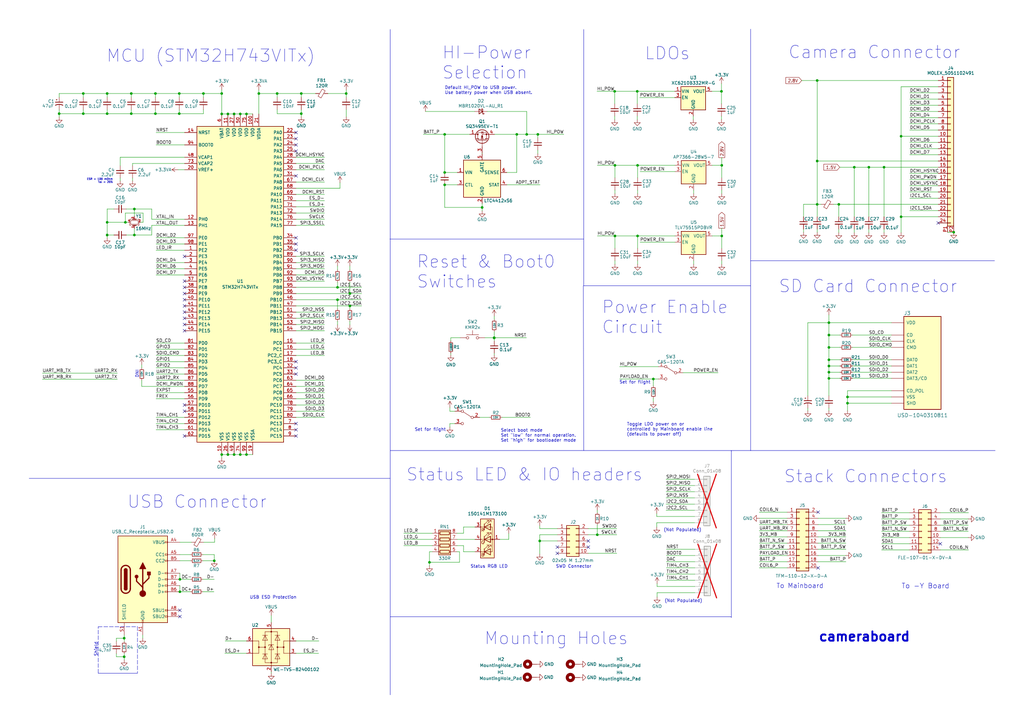
<source format=kicad_sch>
(kicad_sch (version 20230121) (generator eeschema)
  (paper "A3")
  (title_block (title "PyCubed Mini") (date "2023-02-18") (rev "B3/01") (company "REx Lab Carnegie Mellon University") (comment 1 "Z. Manchester") (comment 2 "N. Khera"))
  (lib_symbols
    (symbol "Connector:USB_C_Receptacle_USB2.0" (pin_names (offset 1.016))
      (property "Reference" "J" (at -10.16 19.05 0))
      (property "Value" "USB_C_Receptacle_USB2.0" (at 19.05 19.05 0))
      (symbol "USB_C_Receptacle_USB2.0_1_1"
        (pin passive line (at 0 -22.86 90) (length 5.08) (name "GND") (number "A1"))
        (pin passive line (at 0 -22.86 90) (length 5.08) hide (name "GND") (number "A12"))
        (pin passive line (at 15.24 15.24 180) (length 5.08) (name "VBUS") (number "A4"))
        (pin bidirectional line (at 15.24 10.16 180) (length 5.08) (name "CC1") (number "A5"))
        (pin bidirectional line (at 15.24 -2.54 180) (length 5.08) (name "D+") (number "A6"))
        (pin bidirectional line (at 15.24 2.54 180) (length 5.08) (name "D-") (number "A7"))
        (pin bidirectional line (at 15.24 -12.7 180) (length 5.08) (name "SBU1") (number "A8"))
        (pin passive line (at 15.24 15.24 180) (length 5.08) hide (name "VBUS") (number "A9"))
        (pin passive line (at 0 -22.86 90) (length 5.08) hide (name "GND") (number "B1"))
        (pin passive line (at 0 -22.86 90) (length 5.08) hide (name "GND") (number "B12"))
        (pin passive line (at 15.24 15.24 180) (length 5.08) hide (name "VBUS") (number "B4"))
        (pin bidirectional line (at 15.24 7.62 180) (length 5.08) (name "CC2") (number "B5"))
        (pin bidirectional line (at 15.24 -5.08 180) (length 5.08) (name "D+") (number "B6"))
        (pin bidirectional line (at 15.24 0 180) (length 5.08) (name "D-") (number "B7"))
        (pin bidirectional line (at 15.24 -15.24 180) (length 5.08) (name "SBU2") (number "B8"))
        (pin passive line (at 15.24 15.24 180) (length 5.08) hide (name "VBUS") (number "B9"))
        (pin passive line (at -7.62 -22.86 90) (length 5.08) (name "SHIELD") (number "S1"))
      )
    )
    (symbol "Connector_Generic:Conn_01x08" (pin_names (offset 1.016) hide)
      (property "Reference" "J" (at 0 10.16 0))
      (property "Value" "Conn_01x08" (at 0 -12.7 0))
      (symbol "Conn_01x08_1_1"
        (pin passive line (at -5.08 7.62 0) (length 3.81) (name "Pin_1") (number "1"))
        (pin passive line (at -5.08 5.08 0) (length 3.81) (name "Pin_2") (number "2"))
        (pin passive line (at -5.08 2.54 0) (length 3.81) (name "Pin_3") (number "3"))
        (pin passive line (at -5.08 0 0) (length 3.81) (name "Pin_4") (number "4"))
        (pin passive line (at -5.08 -2.54 0) (length 3.81) (name "Pin_5") (number "5"))
        (pin passive line (at -5.08 -5.08 0) (length 3.81) (name "Pin_6") (number "6"))
        (pin passive line (at -5.08 -7.62 0) (length 3.81) (name "Pin_7") (number "7"))
        (pin passive line (at -5.08 -10.16 0) (length 3.81) (name "Pin_8") (number "8"))
      )
    )
    (symbol "Connector_Generic:Conn_02x05_Odd_Even" (pin_names (offset 1.016) hide)
      (property "Reference" "J" (at 1.27 7.62 0))
      (property "Value" "Conn_02x05_Odd_Even" (at 1.27 -7.62 0))
      (symbol "Conn_02x05_Odd_Even_1_1"
        (pin passive line (at -5.08 5.08 0) (length 3.81) (name "Pin_1") (number "1"))
        (pin passive line (at 7.62 -5.08 180) (length 3.81) (name "Pin_10") (number "10"))
        (pin passive line (at 7.62 5.08 180) (length 3.81) (name "Pin_2") (number "2"))
        (pin passive line (at -5.08 2.54 0) (length 3.81) (name "Pin_3") (number "3"))
        (pin passive line (at 7.62 2.54 180) (length 3.81) (name "Pin_4") (number "4"))
        (pin passive line (at -5.08 0 0) (length 3.81) (name "Pin_5") (number "5"))
        (pin passive line (at 7.62 0 180) (length 3.81) (name "Pin_6") (number "6"))
        (pin passive line (at -5.08 -2.54 0) (length 3.81) (name "Pin_7") (number "7"))
        (pin passive line (at 7.62 -2.54 180) (length 3.81) (name "Pin_8") (number "8"))
        (pin passive line (at -5.08 -5.08 0) (length 3.81) (name "Pin_9") (number "9"))
      )
    )
    (symbol "Connector_Generic:Conn_02x07_Odd_Even" (pin_names (offset 1.016) hide)
      (property "Reference" "J" (at 1.27 10.16 0))
      (property "Value" "Conn_02x07_Odd_Even" (at 1.27 -10.16 0))
      (symbol "Conn_02x07_Odd_Even_1_1"
        (pin passive line (at -5.08 7.62 0) (length 3.81) (name "Pin_1") (number "1"))
        (pin passive line (at 7.62 -2.54 180) (length 3.81) (name "Pin_10") (number "10"))
        (pin passive line (at -5.08 -5.08 0) (length 3.81) (name "Pin_11") (number "11"))
        (pin passive line (at 7.62 -5.08 180) (length 3.81) (name "Pin_12") (number "12"))
        (pin passive line (at -5.08 -7.62 0) (length 3.81) (name "Pin_13") (number "13"))
        (pin passive line (at 7.62 -7.62 180) (length 3.81) (name "Pin_14") (number "14"))
        (pin passive line (at 7.62 7.62 180) (length 3.81) (name "Pin_2") (number "2"))
        (pin passive line (at -5.08 5.08 0) (length 3.81) (name "Pin_3") (number "3"))
        (pin passive line (at 7.62 5.08 180) (length 3.81) (name "Pin_4") (number "4"))
        (pin passive line (at -5.08 2.54 0) (length 3.81) (name "Pin_5") (number "5"))
        (pin passive line (at 7.62 2.54 180) (length 3.81) (name "Pin_6") (number "6"))
        (pin passive line (at -5.08 0 0) (length 3.81) (name "Pin_7") (number "7"))
        (pin passive line (at 7.62 0 180) (length 3.81) (name "Pin_8") (number "8"))
        (pin passive line (at -5.08 -2.54 0) (length 3.81) (name "Pin_9") (number "9"))
      )
    )
    (symbol "Connector_Generic:Conn_02x10_Odd_Even" (pin_names (offset 1.016) hide)
      (property "Reference" "J" (at 1.27 12.7 0))
      (property "Value" "Conn_02x10_Odd_Even" (at 1.27 -15.24 0))
      (symbol "Conn_02x10_Odd_Even_1_1"
        (pin passive line (at -5.08 10.16 0) (length 3.81) (name "Pin_1") (number "1"))
        (pin passive line (at 7.62 0 180) (length 3.81) (name "Pin_10") (number "10"))
        (pin passive line (at -5.08 -2.54 0) (length 3.81) (name "Pin_11") (number "11"))
        (pin passive line (at 7.62 -2.54 180) (length 3.81) (name "Pin_12") (number "12"))
        (pin passive line (at -5.08 -5.08 0) (length 3.81) (name "Pin_13") (number "13"))
        (pin passive line (at 7.62 -5.08 180) (length 3.81) (name "Pin_14") (number "14"))
        (pin passive line (at -5.08 -7.62 0) (length 3.81) (name "Pin_15") (number "15"))
        (pin passive line (at 7.62 -7.62 180) (length 3.81) (name "Pin_16") (number "16"))
        (pin passive line (at -5.08 -10.16 0) (length 3.81) (name "Pin_17") (number "17"))
        (pin passive line (at 7.62 -10.16 180) (length 3.81) (name "Pin_18") (number "18"))
        (pin passive line (at -5.08 -12.7 0) (length 3.81) (name "Pin_19") (number "19"))
        (pin passive line (at 7.62 10.16 180) (length 3.81) (name "Pin_2") (number "2"))
        (pin passive line (at 7.62 -12.7 180) (length 3.81) (name "Pin_20") (number "20"))
        (pin passive line (at -5.08 7.62 0) (length 3.81) (name "Pin_3") (number "3"))
        (pin passive line (at 7.62 7.62 180) (length 3.81) (name "Pin_4") (number "4"))
        (pin passive line (at -5.08 5.08 0) (length 3.81) (name "Pin_5") (number "5"))
        (pin passive line (at 7.62 5.08 180) (length 3.81) (name "Pin_6") (number "6"))
        (pin passive line (at -5.08 2.54 0) (length 3.81) (name "Pin_7") (number "7"))
        (pin passive line (at 7.62 2.54 180) (length 3.81) (name "Pin_8") (number "8"))
        (pin passive line (at -5.08 0 0) (length 3.81) (name "Pin_9") (number "9"))
      )
    )
    (symbol "Device:C_Polarized_Small_US" (pin_numbers hide) (pin_names (offset 0.254) hide)
      (property "Reference" "C" (at 0.254 1.778 0))
      (property "Value" "C_Polarized_Small_US" (at 0.254 -2.032 0))
      (symbol "C_Polarized_Small_US_1_1"
        (pin passive line (at 0 2.54 270) (length 2.032) (name "~") (number "1"))
        (pin passive line (at 0 -2.54 90) (length 2.032) (name "~") (number "2"))
      )
    )
    (symbol "Device:C_Small" (pin_numbers hide) (pin_names (offset 0.254) hide)
      (property "Reference" "C" (at 0.254 1.778 0))
      (property "Value" "C_Small" (at 0.254 -2.032 0))
      (symbol "C_Small_1_1"
        (pin passive line (at 0 2.54 270) (length 2.032) (name "~") (number "1"))
        (pin passive line (at 0 -2.54 90) (length 2.032) (name "~") (number "2"))
      )
    )
    (symbol "Device:Crystal_GND24_Small" (pin_names (offset 1.016) hide)
      (property "Reference" "Y" (at 1.27 4.445 0))
      (property "Value" "Crystal_GND24_Small" (at 1.27 2.54 0))
      (symbol "Crystal_GND24_Small_1_1"
        (pin passive line (at -2.54 0 0) (length 1.27) (name "1") (number "1"))
        (pin passive line (at 0 -2.54 90) (length 0.635) (name "2") (number "2"))
        (pin passive line (at 2.54 0 180) (length 1.27) (name "3") (number "3"))
        (pin passive line (at 0 2.54 270) (length 0.635) (name "4") (number "4"))
      )
    )
    (symbol "Device:D_Schottky_Small" (pin_numbers hide) (pin_names (offset 0.254) hide)
      (property "Reference" "D" (at -1.27 2.032 0))
      (property "Value" "D_Schottky_Small" (at -7.112 -2.032 0))
      (symbol "D_Schottky_Small_1_1"
        (pin passive line (at -2.54 0 0) (length 1.778) (name "K") (number "1"))
        (pin passive line (at 2.54 0 180) (length 1.778) (name "A") (number "2"))
      )
    )
    (symbol "Device:FerriteBead_Small" (pin_numbers hide) (pin_names (offset 0))
      (property "Reference" "FB" (at 1.905 1.27 0))
      (property "Value" "FerriteBead_Small" (at 1.905 -1.27 0))
      (symbol "FerriteBead_Small_1_1"
        (pin passive line (at 0 2.54 270) (length 1.27) (name "~") (number "1"))
        (pin passive line (at 0 -2.54 90) (length 1.27) (name "~") (number "2"))
      )
    )
    (symbol "Device:LED_ABRG" (pin_names (offset 0) hide)
      (property "Reference" "D" (at 0 9.398 0))
      (property "Value" "LED_ABRG" (at 0 -8.89 0))
      (symbol "LED_ABRG_0_0"
        (text "B" (at -1.905 -6.35 0) (effects (font (size 1.27 1.27))))
        (text "G" (at -1.905 -1.27 0) (effects (font (size 1.27 1.27))))
        (text "R" (at -1.905 3.81 0) (effects (font (size 1.27 1.27))))
      )
      (symbol "LED_ABRG_1_1"
        (pin passive line (at 5.08 0 180) (length 2.54) (name "A") (number "1"))
        (pin passive line (at -5.08 -5.08 0) (length 2.54) (name "BK") (number "2"))
        (pin passive line (at -5.08 5.08 0) (length 2.54) (name "RK") (number "3"))
        (pin passive line (at -5.08 0 0) (length 2.54) (name "GK") (number "4"))
      )
    )
    (symbol "Device:R_Pack04" (pin_names (offset 0) hide)
      (property "Reference" "RN" (at -7.62 0 90))
      (property "Value" "R_Pack04" (at 5.08 0 90))
      (symbol "R_Pack04_1_1"
        (pin passive line (at -5.08 -5.08 90) (length 2.54) (name "R1.1") (number "1"))
        (pin passive line (at -2.54 -5.08 90) (length 2.54) (name "R2.1") (number "2"))
        (pin passive line (at 0 -5.08 90) (length 2.54) (name "R3.1") (number "3"))
        (pin passive line (at 2.54 -5.08 90) (length 2.54) (name "R4.1") (number "4"))
        (pin passive line (at 2.54 5.08 270) (length 2.54) (name "R4.2") (number "5"))
        (pin passive line (at 0 5.08 270) (length 2.54) (name "R3.2") (number "6"))
        (pin passive line (at -2.54 5.08 270) (length 2.54) (name "R2.2") (number "7"))
        (pin passive line (at -5.08 5.08 270) (length 2.54) (name "R1.2") (number "8"))
      )
    )
    (symbol "Device:R_Small" (pin_numbers hide) (pin_names (offset 0.254) hide)
      (property "Reference" "R" (at 0.762 0.508 0))
      (property "Value" "R_Small" (at 0.762 -1.016 0))
      (symbol "R_Small_1_1"
        (pin passive line (at 0 2.54 270) (length 0.762) (name "~") (number "1"))
        (pin passive line (at 0 -2.54 90) (length 0.762) (name "~") (number "2"))
      )
    )
    (symbol "MCU_ST_STM32H7:STM32H743VITx"
      (property "Reference" "U" (at -17.78 64.77 0))
      (property "Value" "STM32H743VITx" (at 10.16 64.77 0))
      (symbol "STM32H743VITx_1_1"
        (pin bidirectional line (at -22.86 12.7 0) (length 5.08) (name "PE2") (number "1"))
        (pin power_in line (at -7.62 -71.12 90) (length 5.08) (name "VSS") (number "10"))
        (pin power_in line (at 5.08 68.58 270) (length 5.08) (name "VDD") (number "100"))
        (pin power_in line (at -5.08 68.58 270) (length 5.08) (name "VDD") (number "11"))
        (pin input line (at -22.86 25.4 0) (length 5.08) (name "PH0") (number "12"))
        (pin input line (at -22.86 22.86 0) (length 5.08) (name "PH1") (number "13"))
        (pin input line (at -22.86 60.96 0) (length 5.08) (name "NRST") (number "14"))
        (pin bidirectional line (at 22.86 -25.4 180) (length 5.08) (name "PC0") (number "15"))
        (pin bidirectional line (at 22.86 -27.94 180) (length 5.08) (name "PC1") (number "16"))
        (pin bidirectional line (at 22.86 -30.48 180) (length 5.08) (name "PC2_C") (number "17"))
        (pin bidirectional line (at 22.86 -33.02 180) (length 5.08) (name "PC3_C") (number "18"))
        (pin power_in line (at 5.08 -71.12 90) (length 5.08) (name "VSSA") (number "19"))
        (pin bidirectional line (at -22.86 10.16 0) (length 5.08) (name "PE3") (number "2"))
        (pin bidirectional line (at -22.86 45.72 0) (length 5.08) (name "VREF+") (number "20"))
        (pin power_in line (at 7.62 68.58 270) (length 5.08) (name "VDDA") (number "21"))
        (pin bidirectional line (at 22.86 60.96 180) (length 5.08) (name "PA0") (number "22"))
        (pin bidirectional line (at 22.86 58.42 180) (length 5.08) (name "PA1") (number "23"))
        (pin bidirectional line (at 22.86 55.88 180) (length 5.08) (name "PA2") (number "24"))
        (pin bidirectional line (at 22.86 53.34 180) (length 5.08) (name "PA3") (number "25"))
        (pin power_in line (at -5.08 -71.12 90) (length 5.08) (name "VSS") (number "26"))
        (pin power_in line (at -2.54 68.58 270) (length 5.08) (name "VDD") (number "27"))
        (pin bidirectional line (at 22.86 50.8 180) (length 5.08) (name "PA4") (number "28"))
        (pin bidirectional line (at 22.86 48.26 180) (length 5.08) (name "PA5") (number "29"))
        (pin bidirectional line (at -22.86 7.62 0) (length 5.08) (name "PE4") (number "3"))
        (pin bidirectional line (at 22.86 45.72 180) (length 5.08) (name "PA6") (number "30"))
        (pin bidirectional line (at 22.86 43.18 180) (length 5.08) (name "PA7") (number "31"))
        (pin bidirectional line (at 22.86 -35.56 180) (length 5.08) (name "PC4") (number "32"))
        (pin bidirectional line (at 22.86 -38.1 180) (length 5.08) (name "PC5") (number "33"))
        (pin bidirectional line (at 22.86 17.78 180) (length 5.08) (name "PB0") (number "34"))
        (pin bidirectional line (at 22.86 15.24 180) (length 5.08) (name "PB1") (number "35"))
        (pin bidirectional line (at 22.86 12.7 180) (length 5.08) (name "PB2") (number "36"))
        (pin bidirectional line (at -22.86 0 0) (length 5.08) (name "PE7") (number "37"))
        (pin bidirectional line (at -22.86 -2.54 0) (length 5.08) (name "PE8") (number "38"))
        (pin bidirectional line (at -22.86 -5.08 0) (length 5.08) (name "PE9") (number "39"))
        (pin bidirectional line (at -22.86 5.08 0) (length 5.08) (name "PE5") (number "4"))
        (pin bidirectional line (at -22.86 -7.62 0) (length 5.08) (name "PE10") (number "40"))
        (pin bidirectional line (at -22.86 -10.16 0) (length 5.08) (name "PE11") (number "41"))
        (pin bidirectional line (at -22.86 -12.7 0) (length 5.08) (name "PE12") (number "42"))
        (pin bidirectional line (at -22.86 -15.24 0) (length 5.08) (name "PE13") (number "43"))
        (pin bidirectional line (at -22.86 -17.78 0) (length 5.08) (name "PE14") (number "44"))
        (pin bidirectional line (at -22.86 -20.32 0) (length 5.08) (name "PE15") (number "45"))
        (pin bidirectional line (at 22.86 -7.62 180) (length 5.08) (name "PB10") (number "46"))
        (pin bidirectional line (at 22.86 -10.16 180) (length 5.08) (name "PB11") (number "47"))
        (pin power_in line (at -22.86 50.8 0) (length 5.08) (name "VCAP1") (number "48"))
        (pin power_in line (at -2.54 -71.12 90) (length 5.08) (name "VSS") (number "49"))
        (pin bidirectional line (at -22.86 2.54 0) (length 5.08) (name "PE6") (number "5"))
        (pin power_in line (at 0 68.58 270) (length 5.08) (name "VDD") (number "50"))
        (pin bidirectional line (at 22.86 -12.7 180) (length 5.08) (name "PB12") (number "51"))
        (pin bidirectional line (at 22.86 -15.24 180) (length 5.08) (name "PB13") (number "52"))
        (pin bidirectional line (at 22.86 -17.78 180) (length 5.08) (name "PB14") (number "53"))
        (pin bidirectional line (at 22.86 -20.32 180) (length 5.08) (name "PB15") (number "54"))
        (pin bidirectional line (at -22.86 -45.72 0) (length 5.08) (name "PD8") (number "55"))
        (pin bidirectional line (at -22.86 -48.26 0) (length 5.08) (name "PD9") (number "56"))
        (pin bidirectional line (at -22.86 -50.8 0) (length 5.08) (name "PD10") (number "57"))
        (pin bidirectional line (at -22.86 -53.34 0) (length 5.08) (name "PD11") (number "58"))
        (pin bidirectional line (at -22.86 -55.88 0) (length 5.08) (name "PD12") (number "59"))
        (pin power_in line (at -7.62 68.58 270) (length 5.08) (name "VBAT") (number "6"))
        (pin bidirectional line (at -22.86 -58.42 0) (length 5.08) (name "PD13") (number "60"))
        (pin bidirectional line (at -22.86 -60.96 0) (length 5.08) (name "PD14") (number "61"))
        (pin bidirectional line (at -22.86 -63.5 0) (length 5.08) (name "PD15") (number "62"))
        (pin bidirectional line (at 22.86 -40.64 180) (length 5.08) (name "PC6") (number "63"))
        (pin bidirectional line (at 22.86 -43.18 180) (length 5.08) (name "PC7") (number "64"))
        (pin bidirectional line (at 22.86 -45.72 180) (length 5.08) (name "PC8") (number "65"))
        (pin bidirectional line (at 22.86 -48.26 180) (length 5.08) (name "PC9") (number "66"))
        (pin bidirectional line (at 22.86 40.64 180) (length 5.08) (name "PA8") (number "67"))
        (pin bidirectional line (at 22.86 38.1 180) (length 5.08) (name "PA9") (number "68"))
        (pin bidirectional line (at 22.86 35.56 180) (length 5.08) (name "PA10") (number "69"))
        (pin bidirectional line (at 22.86 -58.42 180) (length 5.08) (name "PC13") (number "7"))
        (pin bidirectional line (at 22.86 33.02 180) (length 5.08) (name "PA11") (number "70"))
        (pin bidirectional line (at 22.86 30.48 180) (length 5.08) (name "PA12") (number "71"))
        (pin bidirectional line (at 22.86 27.94 180) (length 5.08) (name "PA13") (number "72"))
        (pin power_in line (at -22.86 48.26 0) (length 5.08) (name "VCAP2") (number "73"))
        (pin power_in line (at 0 -71.12 90) (length 5.08) (name "VSS") (number "74"))
        (pin power_in line (at 2.54 68.58 270) (length 5.08) (name "VDD") (number "75"))
        (pin bidirectional line (at 22.86 25.4 180) (length 5.08) (name "PA14") (number "76"))
        (pin bidirectional line (at 22.86 22.86 180) (length 5.08) (name "PA15") (number "77"))
        (pin bidirectional line (at 22.86 -50.8 180) (length 5.08) (name "PC10") (number "78"))
        (pin bidirectional line (at 22.86 -53.34 180) (length 5.08) (name "PC11") (number "79"))
        (pin bidirectional line (at 22.86 -60.96 180) (length 5.08) (name "PC14") (number "8"))
        (pin bidirectional line (at 22.86 -55.88 180) (length 5.08) (name "PC12") (number "80"))
        (pin bidirectional line (at -22.86 -25.4 0) (length 5.08) (name "PD0") (number "81"))
        (pin bidirectional line (at -22.86 -27.94 0) (length 5.08) (name "PD1") (number "82"))
        (pin bidirectional line (at -22.86 -30.48 0) (length 5.08) (name "PD2") (number "83"))
        (pin bidirectional line (at -22.86 -33.02 0) (length 5.08) (name "PD3") (number "84"))
        (pin bidirectional line (at -22.86 -35.56 0) (length 5.08) (name "PD4") (number "85"))
        (pin bidirectional line (at -22.86 -38.1 0) (length 5.08) (name "PD5") (number "86"))
        (pin bidirectional line (at -22.86 -40.64 0) (length 5.08) (name "PD6") (number "87"))
        (pin bidirectional line (at -22.86 -43.18 0) (length 5.08) (name "PD7") (number "88"))
        (pin bidirectional line (at 22.86 10.16 180) (length 5.08) (name "PB3") (number "89"))
        (pin bidirectional line (at 22.86 -63.5 180) (length 5.08) (name "PC15") (number "9"))
        (pin bidirectional line (at 22.86 7.62 180) (length 5.08) (name "PB4") (number "90"))
        (pin bidirectional line (at 22.86 5.08 180) (length 5.08) (name "PB5") (number "91"))
        (pin bidirectional line (at 22.86 2.54 180) (length 5.08) (name "PB6") (number "92"))
        (pin bidirectional line (at 22.86 0 180) (length 5.08) (name "PB7") (number "93"))
        (pin input line (at -22.86 55.88 0) (length 5.08) (name "BOOT0") (number "94"))
        (pin bidirectional line (at 22.86 -2.54 180) (length 5.08) (name "PB8") (number "95"))
        (pin bidirectional line (at 22.86 -5.08 180) (length 5.08) (name "PB9") (number "96"))
        (pin bidirectional line (at -22.86 17.78 0) (length 5.08) (name "PE0") (number "97"))
        (pin bidirectional line (at -22.86 15.24 0) (length 5.08) (name "PE1") (number "98"))
        (pin power_in line (at 2.54 -71.12 90) (length 5.08) (name "VSS") (number "99"))
      )
    )
    (symbol "Mechanical:MountingHole_Pad" (pin_numbers hide) (pin_names (offset 1.016) hide)
      (property "Reference" "H" (at 0 6.35 0))
      (property "Value" "MountingHole_Pad" (at 0 4.445 0))
      (symbol "MountingHole_Pad_1_1"
        (pin input line (at 0 -2.54 90) (length 2.54) (name "1") (number "1"))
      )
    )
    (symbol "Power_Management:LTC4412xS6"
      (property "Reference" "U" (at -6.35 8.89 0))
      (property "Value" "LTC4412xS6" (at 6.35 8.89 0))
      (symbol "LTC4412xS6_1_1"
        (pin power_in line (at -10.16 2.54 0) (length 2.54) (name "VIN") (number "1"))
        (pin power_in line (at 0 -10.16 90) (length 2.54) (name "GND") (number "2"))
        (pin input line (at -10.16 -2.54 0) (length 2.54) (name "CTL") (number "3"))
        (pin open_collector line (at 10.16 -2.54 180) (length 2.54) (name "STAT") (number "4"))
        (pin output line (at 0 10.16 270) (length 2.54) (name "GATE") (number "5"))
        (pin input line (at 10.16 2.54 180) (length 2.54) (name "SENSE") (number "6"))
      )
    )
    (symbol "Power_Protection:USBLC6-2SC6" (pin_names hide)
      (property "Reference" "U" (at 2.54 8.89 0))
      (property "Value" "USBLC6-2SC6" (at 2.54 -8.89 0))
      (symbol "USBLC6-2SC6_1_1"
        (pin passive line (at -10.16 -2.54 0) (length 2.54) (name "I/O1") (number "1"))
        (pin passive line (at 0 -10.16 90) (length 2.54) (name "GND") (number "2"))
        (pin passive line (at 10.16 -2.54 180) (length 2.54) (name "I/O2") (number "3"))
        (pin passive line (at 10.16 2.54 180) (length 2.54) (name "I/O2") (number "4"))
        (pin passive line (at 0 10.16 270) (length 2.54) (name "VBUS") (number "5"))
        (pin passive line (at -10.16 2.54 0) (length 2.54) (name "I/O1") (number "6"))
      )
    )
    (symbol "Regulator_Linear:AP2127K-2.8" (pin_names (offset 0.254))
      (property "Reference" "U" (at -5.08 5.715 0))
      (property "Value" "AP2127K-2.8" (at 0 5.715 0))
      (symbol "AP2127K-2.8_1_1"
        (pin power_in line (at -7.62 2.54 0) (length 2.54) (name "VIN") (number "1"))
        (pin power_in line (at 0 -7.62 90) (length 2.54) (name "GND") (number "2"))
        (pin input line (at -7.62 0 0) (length 2.54) (name "EN") (number "3"))
        (pin no_connect line (at 5.08 0 180) (length 2.54) hide (name "NC") (number "4"))
        (pin power_out line (at 7.62 2.54 180) (length 2.54) (name "VOUT") (number "5"))
      )
    )
    (symbol "Switch:SW_Push" (pin_numbers hide) (pin_names (offset 1.016) hide)
      (property "Reference" "SW" (at 1.27 2.54 0))
      (property "Value" "SW_Push" (at 0 -1.524 0))
      (symbol "SW_Push_0_1"
        (pin passive line (at -5.08 0 0) (length 2.54) (name "1") (number "1"))
        (pin passive line (at 5.08 0 180) (length 2.54) (name "2") (number "2"))
      )
    )
    (symbol "Switch:SW_SPDT" (pin_names (offset 0) hide)
      (property "Reference" "SW" (at 0 4.318 0))
      (property "Value" "SW_SPDT" (at 0 -5.08 0))
      (symbol "SW_SPDT_1_1"
        (pin passive line (at 5.08 2.54 180) (length 2.54) (name "A") (number "1"))
        (pin passive line (at -5.08 0 0) (length 2.54) (name "B") (number "2"))
        (pin passive line (at 5.08 -2.54 180) (length 2.54) (name "C") (number "3"))
      )
    )
    (symbol "cameraboard:MOLEX_5051102491" (pin_names (offset 1.016) hide)
      (property "Reference" "J4" (at 2.54 1.27 0))
      (property "Value" "MOLEX_5051102491" (at 2.54 -1.27 0))
      (symbol "MOLEX_5051102491_1_1"
        (pin passive line (at -5.08 27.94 0) (length 3.81) (name "Pin_1") (number "1"))
        (pin passive line (at -5.08 5.08 0) (length 3.81) (name "Pin_10") (number "10"))
        (pin passive line (at -5.08 2.54 0) (length 3.81) (name "Pin_11") (number "11"))
        (pin passive line (at -5.08 0 0) (length 3.81) (name "Pin_12") (number "12"))
        (pin passive line (at -5.08 -2.54 0) (length 3.81) (name "Pin_13") (number "13"))
        (pin passive line (at -5.08 -5.08 0) (length 3.81) (name "Pin_14") (number "14"))
        (pin passive line (at -5.08 -7.62 0) (length 3.81) (name "Pin_15") (number "15"))
        (pin passive line (at -5.08 -10.16 0) (length 3.81) (name "Pin_16") (number "16"))
        (pin passive line (at -5.08 -12.7 0) (length 3.81) (name "Pin_17") (number "17"))
        (pin passive line (at -5.08 -15.24 0) (length 3.81) (name "Pin_18") (number "18"))
        (pin passive line (at -5.08 -17.78 0) (length 3.81) (name "Pin_19") (number "19"))
        (pin passive line (at -5.08 25.4 0) (length 3.81) (name "Pin_2") (number "2"))
        (pin passive line (at -5.08 -20.32 0) (length 3.81) (name "Pin_20") (number "20"))
        (pin passive line (at -5.08 -22.86 0) (length 3.81) (name "Pin_21") (number "21"))
        (pin passive line (at -5.08 -25.4 0) (length 3.81) (name "Pin_22") (number "22"))
        (pin passive line (at -5.08 -27.94 0) (length 3.81) (name "Pin_23") (number "23"))
        (pin passive line (at -5.08 -30.48 0) (length 3.81) (name "Pin_24") (number "24"))
        (pin passive line (at -5.08 22.86 0) (length 3.81) (name "Pin_3") (number "3"))
        (pin passive line (at -5.08 20.32 0) (length 3.81) (name "Pin_4") (number "4"))
        (pin passive line (at -5.08 17.78 0) (length 3.81) (name "Pin_5") (number "5"))
        (pin passive line (at -5.08 15.24 0) (length 3.81) (name "Pin_6") (number "6"))
        (pin passive line (at -5.08 12.7 0) (length 3.81) (name "Pin_7") (number "7"))
        (pin passive line (at -5.08 10.16 0) (length 3.81) (name "Pin_8") (number "8"))
        (pin passive line (at -5.08 7.62 0) (length 3.81) (name "Pin_9") (number "9"))
        (pin input line (at -1.27 -34.29 90) (length 2.54) (name "P1") (number "P1"))
        (pin input line (at 1.27 -34.29 90) (length 2.54) (name "P2") (number "P2"))
      )
    )
    (symbol "cameraboard:SQ3495EV-T1" (pin_names hide)
      (property "Reference" "Q?" (at 6.35 0 90))
      (property "Value" "SQ3495EV-T1" (at 8.89 0 90))
      (symbol "SQ3495EV-T1_1_1"
        (pin passive line (at 2.54 5.08 270) (length 2.54) (name "D") (number "1"))
        (pin passive line (at 2.54 5.08 270) (length 2.54) hide (name "D") (number "2"))
        (pin input line (at -5.08 0 0) (length 2.54) (name "G") (number "3"))
        (pin passive line (at 2.54 -5.08 90) (length 2.54) (name "S") (number "4"))
        (pin passive line (at 2.54 5.08 270) (length 2.54) hide (name "D") (number "5"))
        (pin passive line (at 2.54 5.08 270) (length 2.54) hide (name "D") (number "6"))
      )
    )
    (symbol "cameraboard:USD-1040310811" (pin_names (offset 1.016))
      (property "Reference" "X2" (at -7.62 20.828 0))
      (property "Value" "USD-1040310811" (at -10.414 -21.082 0))
      (symbol "USD-1040310811_1_0"
        (pin bidirectional line (at -12.7 -2.54 0) (length 5.08) (name "DAT2") (number "1"))
        (pin power_in line (at -12.7 12.7 0) (length 5.08) (name "CD") (number "10"))
        (pin power_in line (at -12.7 -15.24 0) (length 5.08) (name "SHD") (number "11"))
        (pin bidirectional line (at -12.7 -5.08 0) (length 5.08) (name "DAT3/CD") (number "2"))
        (pin bidirectional line (at -12.7 7.62 0) (length 5.08) (name "CMD") (number "3"))
        (pin power_in line (at -12.7 17.78 0) (length 5.08) (name "VDD") (number "4"))
        (pin bidirectional line (at -12.7 10.16 0) (length 5.08) (name "CLK") (number "5"))
        (pin power_in line (at -12.7 -12.7 0) (length 5.08) (name "VSS") (number "6"))
        (pin bidirectional line (at -12.7 2.54 0) (length 5.08) (name "DAT0") (number "7"))
        (pin bidirectional line (at -12.7 0 0) (length 5.08) (name "DAT1") (number "8"))
        (pin power_in line (at -12.7 -10.16 0) (length 5.08) (name "CD_POL") (number "9"))
      )
    )
    (symbol "power:+3.3V" (power) (pin_names (offset 0))
      (property "Value" "+3.3V" (at 0 3.556 0))
      (symbol "+3.3V_1_1"
        (pin power_in line (at 0 0 90) (length 0) hide (name "+3.3V") (number "1"))
      )
    )
    (symbol "power:+3.3VA" (power) (pin_names (offset 0))
      (property "Value" "+3.3VA" (at 0 3.556 0))
      (symbol "+3.3VA_1_1"
        (pin power_in line (at 0 0 90) (length 0) hide (name "+3.3VA") (number "1"))
      )
    )
    (symbol "power:GND" (power) (pin_names (offset 0))
      (property "Value" "GND" (at 0 -3.81 0))
      (symbol "GND_1_1"
        (pin power_in line (at 0 0 270) (length 0) hide (name "GND") (number "1"))
      )
    )
    (symbol "power:VBUS" (power) (pin_names (offset 0))
      (property "Value" "VBUS" (at 0 3.81 0))
      (symbol "VBUS_1_1"
        (pin power_in line (at 0 0 90) (length 0) hide (name "VBUS") (number "1"))
      )
    )
  )
  (junction (at 43.942 38.354))
  (junction (at 93.472 186.436))
  (junction (at 335.153 66.04))
  (junction (at 221.361 221.869))
  (junction (at 335.153 33.02))
  (junction (at 369.57 55.88))
  (junction (at 143.51 120.396))
  (junction (at 252.222 96.774))
  (junction (at 96.012 186.436))
  (junction (at 335.153 83.82))
  (junction (at 261.366 37.465))
  (junction (at 98.552 186.436))
  (junction (at 138.43 117.856))
  (junction (at 261.493 67.818))
  (junction (at 244.983 219.329))
  (junction (at 296.037 96.774))
  (junction (at 83.439 38.354))
  (junction (at 101.092 46.736))
  (junction (at 43.942 91.186))
  (junction (at 24.257 46.609))
  (junction (at 53.848 46.609))
  (junction (at 261.493 96.774))
  (junction (at 252.222 67.818))
  (junction (at 96.012 46.736))
  (junction (at 138.43 122.936))
  (junction (at 98.552 46.736))
  (junction (at 339.979 155.194))
  (junction (at 344.043 83.82))
  (junction (at 141.986 38.354))
  (junction (at 123.571 38.354))
  (junction (at 252.095 37.465))
  (junction (at 176.149 230.632))
  (junction (at 182.372 70.739))
  (junction (at 51.435 91.186))
  (junction (at 43.942 96.393))
  (junction (at 339.979 142.494))
  (junction (at 339.979 147.574))
  (junction (at 73.533 38.354))
  (junction (at 211.963 55.118))
  (junction (at 339.979 152.654))
  (junction (at 43.942 46.609))
  (junction (at 50.927 269.367))
  (junction (at 55.118 96.393))
  (junction (at 339.979 132.334))
  (junction (at 362.585 68.58))
  (junction (at 106.172 38.354))
  (junction (at 93.472 46.736))
  (junction (at 202.692 138.557) (diameter 1.016))
  (junction (at 391.16 95.25))
  (junction (at 339.979 150.114))
  (junction (at 101.092 186.436))
  (junction (at 182.372 55.118))
  (junction (at 90.932 186.436))
  (junction (at 34.163 38.354))
  (junction (at 53.848 38.354))
  (junction (at 63.754 38.354))
  (junction (at 295.91 37.465))
  (junction (at 73.787 242.697))
  (junction (at 90.932 46.736))
  (junction (at 123.571 46.609))
  (junction (at 267.97 155.448))
  (junction (at 113.665 38.354))
  (junction (at 90.932 38.354))
  (junction (at 347.599 165.354))
  (junction (at 347.599 162.814))
  (junction (at 182.372 75.819))
  (junction (at 73.533 46.609))
  (junction (at 50.927 261.747))
  (junction (at 220.599 55.118))
  (junction (at 73.787 237.617))
  (junction (at 143.51 125.476))
  (junction (at 369.57 88.9))
  (junction (at 356.362 68.58))
  (junction (at 296.037 67.818))
  (junction (at 87.884 229.997))
  (junction (at 339.979 137.414))
  (junction (at 197.739 85.09))
  (junction (at 350.393 68.58))
  (junction (at 34.163 46.609))
  (junction (at 63.754 46.609))
  (junction (at 55.118 85.725))
  (junction (at 216.027 55.118))
  (no_connect (at 75.692 166.116))
  (no_connect (at 75.692 168.656))
  (no_connect (at 121.412 72.136))
  (no_connect (at 241.3 221.869))
  (no_connect (at 241.3 224.409))
  (no_connect (at 75.692 105.156))
  (no_connect (at 121.412 102.616))
  (no_connect (at 121.412 97.536))
  (no_connect (at 121.412 100.076))
  (no_connect (at 121.412 56.896))
  (no_connect (at 121.412 59.436))
  (no_connect (at 335.534 210.058))
  (no_connect (at 384.81 91.44))
  (no_connect (at 121.412 148.336))
  (no_connect (at 121.412 150.876))
  (no_connect (at 121.412 153.416))
  (no_connect (at 75.692 178.816))
  (no_connect (at 121.412 61.976))
  (no_connect (at 73.787 250.317))
  (no_connect (at 335.534 232.918))
  (no_connect (at 75.692 115.316))
  (no_connect (at 75.692 117.856))
  (no_connect (at 75.692 120.396))
  (no_connect (at 75.692 122.936))
  (no_connect (at 75.692 125.476))
  (no_connect (at 75.692 128.016))
  (no_connect (at 75.692 130.556))
  (no_connect (at 75.692 133.096))
  (no_connect (at 75.692 135.636))
  (no_connect (at 121.412 54.356))
  (no_connect (at 228.6 224.409))
  (no_connect (at 228.6 226.949))
  (no_connect (at 73.787 252.857))
  (no_connect (at 121.412 173.736))
  (no_connect (at 121.412 176.276))
  (no_connect (at 121.412 178.816))
  (no_connect (at 385.699 223.012))
  (wire (pts (xy 73.787 222.377) (xy 78.486 222.377)))
  (wire (pts (xy 252.222 96.774) (xy 261.493 96.774)))
  (wire (pts (xy 106.172 38.354) (xy 113.665 38.354)))
  (wire (pts (xy 262.509 99.314) (xy 276.86 99.314)))
  (wire (pts (xy 369.57 88.9) (xy 369.57 95.377)))
  (wire (pts (xy 273.304 235.458) (xy 284.988 235.458)))
  (wire (pts (xy 269.494 243.078) (xy 269.494 244.856)))
  (wire (pts (xy 373.126 50.8) (xy 384.81 50.8)))
  (wire (pts (xy 339.979 137.414) (xy 339.979 142.494)))
  (wire (pts (xy 113.665 38.354) (xy 123.571 38.354)))
  (wire (pts (xy 344.043 93.98) (xy 344.043 95.377)))
  (wire (pts (xy 244.983 67.818) (xy 252.222 67.818)))
  (wire (pts (xy 141.986 36.83) (xy 141.986 38.354)))
  (wire (pts (xy 51.435 91.186) (xy 52.578 91.186)))
  (wire (pts (xy 113.665 44.958) (xy 113.665 46.609)))
  (wire (pts (xy 322.834 227.838) (xy 311.404 227.838)))
  (wire (pts (xy 349.631 137.414) (xy 365.633 137.414)))
  (wire (pts (xy 83.439 46.609) (xy 73.533 46.609)))
  (wire (pts (xy 202.692 130.937) (xy 202.692 129.667)))
  (wire (pts (xy 322.834 215.138) (xy 311.404 215.138)))
  (wire (pts (xy 190.119 223.774) (xy 190.119 226.314)))
  (wire (pts (xy 335.153 83.82) (xy 335.153 88.9)))
  (wire (pts (xy 202.692 138.557) (xy 202.692 139.827)))
  (wire (pts (xy 133.096 158.496) (xy 121.412 158.496)))
  (wire (pts (xy 373.126 45.72) (xy 384.81 45.72)))
  (wire (pts (xy 252.222 96.774) (xy 252.222 101.854)))
  (wire (pts (xy 397.129 215.392) (xy 385.699 215.392)))
  (wire (pts (xy 335.153 33.02) (xy 384.81 33.02)))
  (wire (pts (xy 138.43 117.856) (xy 148.336 117.856)))
  (wire (pts (xy 339.979 155.194) (xy 339.979 152.654)))
  (wire (pts (xy 252.222 67.818) (xy 261.493 67.818)))
  (wire (pts (xy 121.412 262.89) (xy 130.81 262.89)))
  (wire (pts (xy 322.834 225.298) (xy 311.404 225.298)))
  (wire (pts (xy 54.356 67.056) (xy 75.692 67.056)))
  (wire (pts (xy 339.979 147.574) (xy 344.551 147.574)))
  (wire (pts (xy 87.884 237.617) (xy 83.185 237.617)))
  (wire (pts (xy 228.6 219.329) (xy 221.361 219.329)))
  (polyline (pts (xy 40.259 276.098) (xy 40.259 257.048)) (stroke (width 0) (type dash)))
  (wire (pts (xy 96.012 46.736) (xy 98.552 46.736)))
  (wire (pts (xy 269.367 211.836) (xy 284.861 211.836)))
  (wire (pts (xy 273.177 199.136) (xy 284.861 199.136)))
  (wire (pts (xy 123.571 38.354) (xy 129.413 38.354)))
  (wire (pts (xy 50.927 268.097) (xy 50.927 269.367)))
  (wire (pts (xy 101.092 186.436) (xy 103.632 186.436)))
  (wire (pts (xy 261.493 67.818) (xy 276.86 67.818)))
  (wire (pts (xy 55.118 85.725) (xy 62.23 85.725)))
  (wire (pts (xy 93.472 46.736) (xy 96.012 46.736)))
  (wire (pts (xy 339.979 152.654) (xy 344.551 152.654)))
  (wire (pts (xy 322.834 222.758) (xy 311.404 222.758)))
  (wire (pts (xy 373.126 73.66) (xy 384.81 73.66)))
  (wire (pts (xy 90.932 187.833) (xy 90.932 186.436)))
  (wire (pts (xy 339.979 129.159) (xy 339.979 132.334)))
  (wire (pts (xy 295.91 37.465) (xy 295.91 42.545)))
  (wire (pts (xy 322.834 230.378) (xy 311.404 230.378)))
  (wire (pts (xy 284.353 47.625) (xy 284.353 49.022)))
  (wire (pts (xy 90.932 186.436) (xy 93.472 186.436)))
  (wire (pts (xy 141.986 44.958) (xy 141.986 47.879)))
  (wire (pts (xy 362.585 68.58) (xy 384.81 68.58)))
  (wire (pts (xy 106.172 38.354) (xy 106.172 46.736)))
  (wire (pts (xy 121.412 120.396) (xy 143.51 120.396)))
  (wire (pts (xy 362.585 68.58) (xy 362.585 88.9)))
  (wire (pts (xy 347.599 162.814) (xy 347.599 165.354)))
  (wire (pts (xy 51.435 87.376) (xy 58.674 87.376)))
  (wire (pts (xy 252.222 67.818) (xy 252.222 72.898)))
  (wire (pts (xy 262.509 70.358) (xy 276.86 70.358)))
  (wire (pts (xy 133.096 140.716) (xy 121.412 140.716)))
  (polyline (pts (xy 56.388 257.048) (xy 56.388 276.098)) (stroke (width 0) (type dash)))
  (wire (pts (xy 350.393 68.58) (xy 356.362 68.58)))
  (wire (pts (xy 53.848 44.958) (xy 53.848 46.609)))
  (wire (pts (xy 143.51 120.396) (xy 148.336 120.396)))
  (wire (pts (xy 46.736 85.725) (xy 43.942 85.725)))
  (wire (pts (xy 133.096 145.796) (xy 121.412 145.796)))
  (wire (pts (xy 133.096 92.456) (xy 121.412 92.456)))
  (wire (pts (xy 322.834 217.678) (xy 311.404 217.678)))
  (wire (pts (xy 397.129 217.932) (xy 385.699 217.932)))
  (wire (pts (xy 269.494 240.538) (xy 284.988 240.538)))
  (wire (pts (xy 133.096 166.116) (xy 121.412 166.116)))
  (wire (pts (xy 296.037 93.599) (xy 296.037 96.774)))
  (wire (pts (xy 53.848 38.354) (xy 43.942 38.354)))
  (wire (pts (xy 54.356 67.945) (xy 54.356 67.056)))
  (wire (pts (xy 133.096 105.156) (xy 121.412 105.156)))
  (wire (pts (xy 83.566 222.377) (xy 88.011 222.377)))
  (wire (pts (xy 335.534 220.218) (xy 346.964 220.218)))
  (wire (pts (xy 284.48 106.934) (xy 284.48 108.331)))
  (wire (pts (xy 261.366 42.545) (xy 261.366 37.465)))
  (wire (pts (xy 182.372 55.118) (xy 182.372 70.739)))
  (wire (pts (xy 339.979 137.414) (xy 344.551 137.414)))
  (wire (pts (xy 133.096 82.296) (xy 121.412 82.296)))
  (wire (pts (xy 254.127 155.448) (xy 267.97 155.448)))
  (wire (pts (xy 173.609 55.118) (xy 182.372 55.118)))
  (wire (pts (xy 133.096 155.956) (xy 121.412 155.956)))
  (wire (pts (xy 58.674 91.186) (xy 57.658 91.186)))
  (polyline (pts (xy 299.974 185.166) (xy 299.974 253.365)))
  (wire (pts (xy 143.51 109.093) (xy 143.51 110.617)))
  (wire (pts (xy 64.008 54.356) (xy 75.692 54.356)))
  (wire (pts (xy 184.531 175.133) (xy 184.531 173.736)))
  (polyline (pts (xy 40.259 257.048) (xy 56.388 257.048)) (stroke (width 0) (type dash)))
  (wire (pts (xy 339.979 150.114) (xy 344.551 150.114)))
  (wire (pts (xy 111.252 276.098) (xy 111.252 275.59)))
  (wire (pts (xy 196.723 171.196) (xy 200.787 171.196)))
  (wire (pts (xy 347.599 165.354) (xy 365.633 165.354)))
  (wire (pts (xy 349.631 152.654) (xy 365.633 152.654)))
  (wire (pts (xy 267.97 155.448) (xy 270.002 155.448)))
  (polyline (pts (xy 160.02 252.984) (xy 299.974 252.984)))
  (wire (pts (xy 176.149 232.029) (xy 176.149 230.632)))
  (wire (pts (xy 113.665 39.878) (xy 113.665 38.354)))
  (wire (pts (xy 62.23 92.456) (xy 62.23 96.393)))
  (wire (pts (xy 53.848 39.878) (xy 53.848 38.354)))
  (wire (pts (xy 73.787 240.157) (xy 73.787 242.697)))
  (wire (pts (xy 284.48 77.978) (xy 284.48 79.375)))
  (wire (pts (xy 139.446 74.93) (xy 139.446 77.216)))
  (wire (pts (xy 347.599 165.354) (xy 347.599 168.402)))
  (wire (pts (xy 202.692 138.557) (xy 202.692 136.017)))
  (wire (pts (xy 64.008 173.736) (xy 75.692 173.736)))
  (wire (pts (xy 349.631 150.114) (xy 365.633 150.114)))
  (wire (pts (xy 273.304 230.378) (xy 284.988 230.378)))
  (wire (pts (xy 261.493 106.934) (xy 261.493 108.331)))
  (polyline (pts (xy 307.848 184.785) (xy 408.178 184.785)))
  (wire (pts (xy 349.631 147.574) (xy 365.633 147.574)))
  (wire (pts (xy 216.027 45.72) (xy 216.027 55.118)))
  (wire (pts (xy 50.927 260.477) (xy 50.927 261.747)))
  (wire (pts (xy 261.366 37.465) (xy 276.733 37.465)))
  (wire (pts (xy 93.472 186.436) (xy 96.012 186.436)))
  (wire (pts (xy 228.6 216.789) (xy 221.361 216.789)))
  (wire (pts (xy 83.185 229.997) (xy 87.884 229.997)))
  (wire (pts (xy 335.534 227.838) (xy 346.837 227.838)))
  (wire (pts (xy 123.571 47.879) (xy 123.571 46.609)))
  (wire (pts (xy 78.105 242.697) (xy 73.787 242.697)))
  (wire (pts (xy 43.942 91.186) (xy 43.942 96.393)))
  (polyline (pts (xy 307.848 106.934) (xy 407.924 106.934)))
  (wire (pts (xy 202.692 144.907) (xy 202.692 145.542)))
  (polyline (pts (xy 159.893 98.044) (xy 239.395 98.044)))
  (wire (pts (xy 113.665 46.609) (xy 123.571 46.609)))
  (wire (pts (xy 43.942 96.393) (xy 43.942 97.536)))
  (wire (pts (xy 372.999 223.012) (xy 361.569 223.012)))
  (wire (pts (xy 51.435 91.186) (xy 51.435 87.376)))
  (wire (pts (xy 188.468 230.632) (xy 188.468 226.314)))
  (wire (pts (xy 329.565 83.82) (xy 335.153 83.82)))
  (wire (pts (xy 328.803 33.02) (xy 335.153 33.02)))
  (wire (pts (xy 78.105 229.997) (xy 73.787 229.997)))
  (wire (pts (xy 373.126 38.1) (xy 384.81 38.1)))
  (wire (pts (xy 335.534 225.298) (xy 346.964 225.298)))
  (wire (pts (xy 47.752 269.367) (xy 50.927 269.367)))
  (wire (pts (xy 98.552 46.736) (xy 101.092 46.736)))
  (wire (pts (xy 369.57 55.88) (xy 369.57 88.9)))
  (wire (pts (xy 296.037 64.643) (xy 296.037 67.818)))
  (wire (pts (xy 133.096 143.256) (xy 121.412 143.256)))
  (wire (pts (xy 372.999 212.852) (xy 361.569 212.852)))
  (wire (pts (xy 64.008 102.616) (xy 75.692 102.616)))
  (wire (pts (xy 190.119 218.694) (xy 187.452 218.694)))
  (wire (pts (xy 221.361 221.869) (xy 228.6 221.869)))
  (wire (pts (xy 73.533 39.878) (xy 73.533 38.354)))
  (wire (pts (xy 101.092 46.736) (xy 103.632 46.736)))
  (polyline (pts (xy 307.848 117.221) (xy 239.395 117.221)))
  (wire (pts (xy 121.412 117.856) (xy 138.43 117.856)))
  (wire (pts (xy 43.942 44.958) (xy 43.942 46.609)))
  (wire (pts (xy 292.1 96.774) (xy 296.037 96.774)))
  (wire (pts (xy 17.399 155.575) (xy 48.133 155.575)))
  (wire (pts (xy 335.534 212.598) (xy 346.837 212.598)))
  (wire (pts (xy 197.739 85.09) (xy 182.372 85.09)))
  (wire (pts (xy 92.329 262.89) (xy 101.092 262.89)))
  (wire (pts (xy 64.008 153.416) (xy 75.692 153.416)))
  (wire (pts (xy 344.424 68.58) (xy 350.393 68.58)))
  (wire (pts (xy 187.452 223.774) (xy 190.119 223.774)))
  (wire (pts (xy 373.126 53.34) (xy 384.81 53.34)))
  (wire (pts (xy 217.551 171.196) (xy 205.867 171.196)))
  (wire (pts (xy 252.984 226.949) (xy 241.3 226.949)))
  (wire (pts (xy 58.674 87.376) (xy 58.674 91.186)))
  (wire (pts (xy 190.119 218.694) (xy 190.119 216.154)))
  (wire (pts (xy 384.81 35.56) (xy 369.57 35.56)))
  (wire (pts (xy 83.185 242.697) (xy 87.757 242.697)))
  (wire (pts (xy 133.096 67.056) (xy 121.412 67.056)))
  (polyline (pts (xy 299.974 184.785) (xy 299.974 185.166)))
  (wire (pts (xy 184.912 144.907) (xy 184.912 145.542)))
  (wire (pts (xy 133.096 89.916) (xy 121.412 89.916)))
  (wire (pts (xy 373.126 40.64) (xy 384.81 40.64)))
  (wire (pts (xy 252.222 77.978) (xy 252.222 79.375)))
  (wire (pts (xy 373.126 60.96) (xy 384.81 60.96)))
  (wire (pts (xy 43.942 96.393) (xy 46.736 96.393)))
  (wire (pts (xy 133.096 161.036) (xy 121.412 161.036)))
  (wire (pts (xy 252.984 216.789) (xy 241.3 216.789)))
  (wire (pts (xy 187.452 221.234) (xy 194.818 221.234)))
  (wire (pts (xy 54.356 73.025) (xy 54.356 74.168)))
  (wire (pts (xy 244.983 215.265) (xy 244.983 219.329)))
  (wire (pts (xy 83.185 227.457) (xy 87.884 227.457)))
  (wire (pts (xy 335.534 215.138) (xy 346.964 215.138)))
  (wire (pts (xy 64.008 110.236) (xy 75.692 110.236)))
  (wire (pts (xy 121.412 125.476) (xy 143.51 125.476)))
  (wire (pts (xy 322.834 212.598) (xy 311.531 212.598)))
  (wire (pts (xy 43.942 91.186) (xy 51.435 91.186)))
  (wire (pts (xy 133.096 69.596) (xy 121.412 69.596)))
  (wire (pts (xy 356.362 68.58) (xy 356.362 88.9)))
  (wire (pts (xy 335.534 230.378) (xy 346.964 230.378)))
  (wire (pts (xy 269.367 210.693) (xy 269.367 211.836)))
  (wire (pts (xy 133.096 115.316) (xy 121.412 115.316)))
  (wire (pts (xy 98.552 186.436) (xy 101.092 186.436)))
  (wire (pts (xy 269.367 214.376) (xy 284.861 214.376)))
  (wire (pts (xy 182.372 70.739) (xy 187.579 70.739)))
  (wire (pts (xy 73.787 235.077) (xy 73.787 237.617)))
  (wire (pts (xy 273.304 225.298) (xy 284.988 225.298)))
  (wire (pts (xy 17.399 153.035) (xy 48.133 153.035)))
  (wire (pts (xy 261.366 47.625) (xy 261.366 49.022)))
  (wire (pts (xy 92.202 267.97) (xy 101.092 267.97)))
  (wire (pts (xy 344.043 83.82) (xy 384.81 83.82)))
  (wire (pts (xy 90.932 38.354) (xy 83.439 38.354)))
  (wire (pts (xy 296.037 96.774) (xy 296.037 101.854)))
  (wire (pts (xy 221.361 219.329) (xy 221.361 221.869)))
  (wire (pts (xy 347.599 162.814) (xy 365.633 162.814)))
  (wire (pts (xy 78.105 237.617) (xy 73.787 237.617)))
  (wire (pts (xy 373.126 48.26) (xy 384.81 48.26)))
  (wire (pts (xy 138.43 115.697) (xy 138.43 117.856)))
  (wire (pts (xy 373.126 76.2) (xy 384.81 76.2)))
  (wire (pts (xy 397.256 225.552) (xy 385.699 225.552)))
  (wire (pts (xy 329.565 93.98) (xy 329.565 95.25)))
  (wire (pts (xy 339.979 132.334) (xy 339.979 137.414)))
  (wire (pts (xy 87.884 229.997) (xy 87.884 227.457)))
  (wire (pts (xy 133.096 133.096) (xy 121.412 133.096)))
  (wire (pts (xy 198.882 138.557) (xy 202.692 138.557)))
  (wire (pts (xy 216.027 55.118) (xy 220.599 55.118)))
  (wire (pts (xy 397.129 212.852) (xy 385.699 212.852)))
  (wire (pts (xy 62.23 85.725) (xy 62.23 89.916)))
  (wire (pts (xy 133.096 163.576) (xy 121.412 163.576)))
  (wire (pts (xy 64.008 145.796) (xy 75.692 145.796)))
  (wire (pts (xy 133.096 112.776) (xy 121.412 112.776)))
  (wire (pts (xy 311.404 220.218) (xy 322.834 220.218)))
  (wire (pts (xy 64.008 143.256) (xy 75.692 143.256)))
  (wire (pts (xy 121.412 77.216) (xy 139.446 77.216)))
  (wire (pts (xy 43.942 46.609) (xy 34.163 46.609)))
  (wire (pts (xy 133.096 168.656) (xy 121.412 168.656)))
  (wire (pts (xy 339.979 155.194) (xy 339.979 162.306)))
  (wire (pts (xy 133.096 87.376) (xy 121.412 87.376)))
  (wire (pts (xy 138.43 126.619) (xy 138.43 122.936)))
  (wire (pts (xy 361.569 217.932) (xy 372.999 217.932)))
  (wire (pts (xy 369.57 55.88) (xy 384.81 55.88)))
  (wire (pts (xy 331.343 162.306) (xy 331.343 132.334)))
  (wire (pts (xy 182.372 85.09) (xy 182.372 75.819)))
  (wire (pts (xy 121.412 122.936) (xy 138.43 122.936)))
  (wire (pts (xy 123.571 44.958) (xy 123.571 46.609)))
  (wire (pts (xy 373.126 63.5) (xy 384.81 63.5)))
  (wire (pts (xy 347.599 160.274) (xy 365.633 160.274)))
  (wire (pts (xy 133.096 110.236) (xy 121.412 110.236)))
  (polyline (pts (xy 160.02 184.785) (xy 299.974 184.785)))
  (wire (pts (xy 62.23 89.916) (xy 75.692 89.916)))
  (wire (pts (xy 295.91 47.625) (xy 295.91 49.022)))
  (wire (pts (xy 331.343 167.386) (xy 331.343 168.402)))
  (wire (pts (xy 373.126 43.18) (xy 384.81 43.18)))
  (wire (pts (xy 34.163 44.958) (xy 34.163 46.609)))
  (wire (pts (xy 373.126 71.12) (xy 384.81 71.12)))
  (wire (pts (xy 64.008 155.956) (xy 75.692 155.956)))
  (polyline (pts (xy 239.268 117.221) (xy 239.395 184.785)))
  (wire (pts (xy 43.942 38.354) (xy 34.163 38.354)))
  (wire (pts (xy 43.942 39.878) (xy 43.942 38.354)))
  (wire (pts (xy 369.57 88.9) (xy 384.81 88.9)))
  (wire (pts (xy 356.362 68.58) (xy 362.585 68.58)))
  (wire (pts (xy 244.983 210.185) (xy 244.983 209.296)))
  (wire (pts (xy 269.494 239.395) (xy 269.494 240.538)))
  (wire (pts (xy 267.97 155.448) (xy 267.97 158.242)))
  (wire (pts (xy 62.23 96.393) (xy 55.118 96.393)))
  (wire (pts (xy 53.848 46.609) (xy 43.942 46.609)))
  (wire (pts (xy 83.439 44.958) (xy 83.439 46.609)))
  (wire (pts (xy 90.932 46.736) (xy 93.472 46.736)))
  (wire (pts (xy 220.599 55.118) (xy 231.267 55.118)))
  (wire (pts (xy 339.979 155.194) (xy 344.551 155.194)))
  (wire (pts (xy 397.256 210.312) (xy 385.699 210.312)))
  (wire (pts (xy 339.979 152.654) (xy 339.979 150.114)))
  (wire (pts (xy 34.163 38.354) (xy 24.257 38.354)))
  (wire (pts (xy 373.126 86.36) (xy 384.81 86.36)))
  (wire (pts (xy 208.661 221.234) (xy 204.978 221.234)))
  (wire (pts (xy 202.819 55.118) (xy 211.963 55.118)))
  (wire (pts (xy 273.177 204.216) (xy 284.861 204.216)))
  (wire (pts (xy 64.008 150.876) (xy 75.692 150.876)))
  (wire (pts (xy 199.771 45.72) (xy 216.027 45.72)))
  (wire (pts (xy 197.739 62.738) (xy 197.739 63.119)))
  (wire (pts (xy 73.025 69.596) (xy 75.692 69.596)))
  (wire (pts (xy 63.754 44.958) (xy 63.754 46.609)))
  (wire (pts (xy 58.547 260.477) (xy 58.547 261.747)))
  (polyline (pts (xy 307.848 11.938) (xy 307.848 184.785)))
  (wire (pts (xy 207.899 75.819) (xy 221.488 75.819)))
  (wire (pts (xy 372.999 225.552) (xy 361.569 225.552)))
  (wire (pts (xy 208.661 218.821) (xy 208.661 221.234)))
  (wire (pts (xy 64.008 97.536) (xy 75.692 97.536)))
  (wire (pts (xy 111.252 252.476) (xy 111.252 255.27)))
  (wire (pts (xy 138.43 122.936) (xy 148.336 122.936)))
  (wire (pts (xy 47.752 261.747) (xy 47.752 263.017)))
  (wire (pts (xy 165.608 218.694) (xy 177.292 218.694)))
  (wire (pts (xy 341.884 83.82) (xy 344.043 83.82)))
  (wire (pts (xy 63.754 46.609) (xy 53.848 46.609)))
  (wire (pts (xy 211.963 55.118) (xy 211.963 70.739)))
  (wire (pts (xy 211.963 55.118) (xy 216.027 55.118)))
  (wire (pts (xy 34.163 46.609) (xy 24.257 46.609)))
  (wire (pts (xy 335.534 222.758) (xy 346.964 222.758)))
  (polyline (pts (xy 307.848 184.785) (xy 299.974 184.785)))
  (wire (pts (xy 197.739 83.439) (xy 197.739 85.09)))
  (wire (pts (xy 143.51 115.697) (xy 143.51 120.396)))
  (wire (pts (xy 349.631 142.494) (xy 365.633 142.494)))
  (wire (pts (xy 174.498 45.72) (xy 194.691 45.72)))
  (wire (pts (xy 34.163 39.878) (xy 34.163 38.354)))
  (wire (pts (xy 143.51 133.223) (xy 143.51 131.699)))
  (wire (pts (xy 344.043 88.9) (xy 344.043 83.82)))
  (wire (pts (xy 50.927 261.747) (xy 47.752 261.747)))
  (wire (pts (xy 221.361 221.869) (xy 221.361 227.203)))
  (wire (pts (xy 184.531 173.736) (xy 186.563 173.736)))
  (wire (pts (xy 133.096 84.836) (xy 121.412 84.836)))
  (wire (pts (xy 55.118 88.646) (xy 55.118 85.725)))
  (wire (pts (xy 331.343 132.334) (xy 339.979 132.334)))
  (wire (pts (xy 273.177 196.596) (xy 284.861 196.596)))
  (wire (pts (xy 252.222 106.934) (xy 252.222 108.331)))
  (wire (pts (xy 339.979 142.494) (xy 344.551 142.494)))
  (wire (pts (xy 350.393 93.98) (xy 350.393 95.377)))
  (wire (pts (xy 51.816 96.393) (xy 55.118 96.393)))
  (wire (pts (xy 335.153 33.02) (xy 335.153 66.04)))
  (wire (pts (xy 296.037 77.978) (xy 296.037 79.375)))
  (wire (pts (xy 269.494 243.078) (xy 284.988 243.078)))
  (wire (pts (xy 362.585 95.377) (xy 362.585 93.98)))
  (wire (pts (xy 133.096 74.676) (xy 121.412 74.676)))
  (wire (pts (xy 254.127 150.368) (xy 270.002 150.368)))
  (wire (pts (xy 252.095 47.625) (xy 252.095 49.022)))
  (wire (pts (xy 329.565 88.9) (xy 329.565 83.82)))
  (wire (pts (xy 49.276 64.516) (xy 75.692 64.516)))
  (wire (pts (xy 292.1 67.818) (xy 296.037 67.818)))
  (wire (pts (xy 335.534 217.678) (xy 346.964 217.678)))
  (wire (pts (xy 244.983 219.329) (xy 241.3 219.329)))
  (wire (pts (xy 133.096 130.556) (xy 121.412 130.556)))
  (wire (pts (xy 165.608 223.774) (xy 177.292 223.774)))
  (wire (pts (xy 73.533 46.609) (xy 63.754 46.609)))
  (wire (pts (xy 184.531 168.656) (xy 186.563 168.656)))
  (wire (pts (xy 295.91 34.29) (xy 295.91 37.465)))
  (polyline (pts (xy 11.938 196.215) (xy 160.02 196.215)))
  (wire (pts (xy 335.153 93.98) (xy 335.153 95.25)))
  (wire (pts (xy 64.008 107.696) (xy 75.692 107.696)))
  (wire (pts (xy 83.439 38.354) (xy 73.533 38.354)))
  (wire (pts (xy 252.095 37.465) (xy 252.095 42.545)))
  (wire (pts (xy 24.257 39.878) (xy 24.257 38.354)))
  (wire (pts (xy 51.816 85.725) (xy 55.118 85.725)))
  (wire (pts (xy 261.493 77.978) (xy 261.493 79.375)))
  (wire (pts (xy 350.393 68.58) (xy 350.393 88.9)))
  (wire (pts (xy 58.166 158.496) (xy 75.692 158.496)))
  (wire (pts (xy 273.304 232.918) (xy 284.988 232.918)))
  (wire (pts (xy 90.932 38.354) (xy 90.932 46.736)))
  (wire (pts (xy 190.119 216.154) (xy 194.818 216.154)))
  (wire (pts (xy 267.97 163.322) (xy 267.97 164.719)))
  (wire (pts (xy 63.754 39.878) (xy 63.754 38.354)))
  (wire (pts (xy 372.999 210.312) (xy 361.569 210.312)))
  (wire (pts (xy 322.834 210.058) (xy 311.404 210.058)))
  (wire (pts (xy 90.932 36.83) (xy 90.932 38.354)))
  (wire (pts (xy 182.372 55.118) (xy 192.659 55.118)))
  (wire (pts (xy 273.177 206.756) (xy 284.861 206.756)))
  (wire (pts (xy 141.986 39.878) (xy 141.986 38.354)))
  (wire (pts (xy 121.412 267.97) (xy 130.683 267.97)))
  (wire (pts (xy 244.856 37.465) (xy 252.095 37.465)))
  (wire (pts (xy 184.531 167.132) (xy 184.531 168.656)))
  (wire (pts (xy 244.983 96.774) (xy 252.222 96.774)))
  (wire (pts (xy 349.631 155.194) (xy 365.633 155.194)))
  (wire (pts (xy 261.493 72.898) (xy 261.493 67.818)))
  (wire (pts (xy 339.979 167.386) (xy 339.979 168.402)))
  (polyline (pts (xy 160.02 12.065) (xy 160.02 284.988)))
  (wire (pts (xy 64.008 140.716) (xy 75.692 140.716)))
  (wire (pts (xy 78.105 227.457) (xy 73.787 227.457)))
  (polyline (pts (xy 40.259 276.098) (xy 56.388 276.098)))
  (wire (pts (xy 335.153 83.82) (xy 336.804 83.82)))
  (wire (pts (xy 356.362 139.954) (xy 365.633 139.954)))
  (wire (pts (xy 49.276 73.025) (xy 49.276 74.168)))
  (wire (pts (xy 64.008 100.076) (xy 75.692 100.076)))
  (wire (pts (xy 106.172 36.83) (xy 106.172 38.354)))
  (wire (pts (xy 50.927 269.367) (xy 50.927 270.637)))
  (wire (pts (xy 64.008 171.196) (xy 75.692 171.196)))
  (wire (pts (xy 176.149 230.632) (xy 188.468 230.632)))
  (wire (pts (xy 64.008 176.276) (xy 75.692 176.276)))
  (wire (pts (xy 221.361 215.646) (xy 221.361 216.789)))
  (wire (pts (xy 373.126 58.42) (xy 384.81 58.42)))
  (wire (pts (xy 190.119 226.314) (xy 194.818 226.314)))
  (wire (pts (xy 291.973 37.465) (xy 295.91 37.465)))
  (wire (pts (xy 261.493 101.854) (xy 261.493 96.774)))
  (wire (pts (xy 133.096 107.696) (xy 121.412 107.696)))
  (wire (pts (xy 133.096 135.636) (xy 121.412 135.636)))
  (wire (pts (xy 133.096 79.756) (xy 121.412 79.756)))
  (wire (pts (xy 252.095 37.465) (xy 261.366 37.465)))
  (wire (pts (xy 261.493 96.774) (xy 276.86 96.774)))
  (wire (pts (xy 273.304 227.838) (xy 284.988 227.838)))
  (wire (pts (xy 55.118 96.393) (xy 55.118 93.726)))
  (wire (pts (xy 347.599 160.274) (xy 347.599 162.814)))
  (wire (pts (xy 96.012 186.436) (xy 98.552 186.436)))
  (wire (pts (xy 339.979 132.334) (xy 365.633 132.334)))
  (wire (pts (xy 296.037 67.818) (xy 296.037 72.898)))
  (wire (pts (xy 273.177 201.676) (xy 284.861 201.676)))
  (wire (pts (xy 269.367 214.376) (xy 269.367 216.154)))
  (wire (pts (xy 188.722 138.557) (xy 184.912 138.557)))
  (wire (pts (xy 88.011 220.853) (xy 88.011 222.377)))
  (wire (pts (xy 188.468 226.314) (xy 187.452 226.314)))
  (wire (pts (xy 202.692 138.557) (xy 215.9 138.557)))
  (wire (pts (xy 138.43 109.093) (xy 138.43 110.617)))
  (wire (pts (xy 273.177 209.296) (xy 284.861 209.296)))
  (wire (pts (xy 24.257 44.958) (xy 24.257 46.609)))
  (wire (pts (xy 361.569 220.472) (xy 372.999 220.472)))
  (wire (pts (xy 133.096 64.516) (xy 121.412 64.516)))
  (wire (pts (xy 64.008 59.436) (xy 75.692 59.436)))
  (wire (pts (xy 64.008 112.776) (xy 75.692 112.776)))
  (wire (pts (xy 134.493 38.354) (xy 141.986 38.354)))
  (wire (pts (xy 24.257 48.006) (xy 24.257 46.609)))
  (wire (pts (xy 64.008 163.576) (xy 75.692 163.576)))
  (wire (pts (xy 133.096 128.016) (xy 121.412 128.016)))
  (wire (pts (xy 252.984 219.329) (xy 244.983 219.329)))
  (wire (pts (xy 296.037 106.934) (xy 296.037 108.331)))
  (wire (pts (xy 339.979 150.114) (xy 339.979 147.574)))
  (wire (pts (xy 64.008 161.036) (xy 75.692 161.036)))
  (wire (pts (xy 133.096 171.196) (xy 121.412 171.196)))
  (wire (pts (xy 373.126 81.28) (xy 384.81 81.28)))
  (wire (pts (xy 49.276 64.516) (xy 49.276 67.945)))
  (wire (pts (xy 273.304 237.998) (xy 284.988 237.998)))
  (wire (pts (xy 43.942 85.725) (xy 43.942 91.186)))
  (wire (pts (xy 143.51 125.476) (xy 148.336 125.476)))
  (wire (pts (xy 165.608 221.234) (xy 177.292 221.234)))
  (wire (pts (xy 369.57 35.56) (xy 369.57 55.88)))
  (wire (pts (xy 211.963 70.739) (xy 207.899 70.739)))
  (wire (pts (xy 339.979 142.494) (xy 339.979 147.574)))
  (wire (pts (xy 361.569 215.392) (xy 372.999 215.392)))
  (wire (pts (xy 176.149 226.314) (xy 176.149 230.632)))
  (wire (pts (xy 83.439 39.878) (xy 83.439 38.354)))
  (wire (pts (xy 182.372 75.819) (xy 187.579 75.819)))
  (wire (pts (xy 177.292 226.314) (xy 176.149 226.314)))
  (wire (pts (xy 335.153 66.04) (xy 384.81 66.04)))
  (wire (pts (xy 50.927 261.747) (xy 50.927 263.017)))
  (wire (pts (xy 335.153 66.04) (xy 335.153 83.82)))
  (wire (pts (xy 73.533 44.958) (xy 73.533 46.609)))
  (wire (pts (xy 184.912 138.557) (xy 184.912 139.827)))
  (wire (pts (xy 64.008 148.336) (xy 75.692 148.336)))
  (wire (pts (xy 220.599 62.992) (xy 220.599 61.595)))
  (wire (pts (xy 373.126 78.74) (xy 384.81 78.74)))
  (wire (pts (xy 262.382 40.005) (xy 276.733 40.005)))
  (wire (pts (xy 123.571 39.878) (xy 123.571 38.354)))
  (wire (pts (xy 143.51 126.619) (xy 143.51 125.476)))
  (wire (pts (xy 58.166 158.496) (xy 58.166 155.956)))
  (wire (pts (xy 322.834 232.918) (xy 311.404 232.918)))
  (wire (pts (xy 220.599 56.515) (xy 220.599 55.118)))
  (wire (pts (xy 397.129 220.472) (xy 385.699 220.472)))
  (wire (pts (xy 294.513 152.908) (xy 280.162 152.908)))
  (polyline (pts (xy 239.395 12.065) (xy 239.395 117.221)))
  (wire (pts (xy 197.739 86.487) (xy 197.739 85.09)))
  (wire (pts (xy 63.754 38.354) (xy 53.848 38.354)))
  (wire (pts (xy 138.43 133.223) (xy 138.43 131.699)))
  (wire (pts (xy 388.62 95.25) (xy 391.16 95.25)))
  (wire (pts (xy 356.362 93.98) (xy 356.362 95.377)))
  (wire (pts (xy 73.533 38.354) (xy 63.754 38.354)))
  (wire (pts (xy 47.752 268.097) (xy 47.752 269.367)))
  (wire (pts (xy 62.23 92.456) (xy 75.692 92.456)))
  (wire (pts (xy 58.166 150.876) (xy 58.166 149.606)))
  (text "Mounting Holes" (at 198.501 264.922 0) (effects (font (size 5.08 5.08)) (justify left bottom)))
  (text "Set for flight" (at 254 157.607 0) (effects (font (size 1.27 1.27)) (justify left bottom)))
  (text "cameraboard" (at 335.534 263.525 0) (effects (font (size 3.81 3.81) (thickness 0.762) bold) (justify left bottom)))
  (text "SD Card Connector" (at 319.278 120.523 0) (effects (font (size 5.08 5.08)) (justify left bottom)))
  (text "(Not Populated)" (at 272.161 218.186 0) (effects (font (size 1.27 1.27)) (justify left bottom)))
  (text "Power Enable\nCircuit" (at 246.761 137.287 0) (effects (font (size 5.08 5.08)) (justify left bottom)))
  (text "Set for flight" (at 170.053 177.038 0) (effects (font (size 1.27 1.27)) (justify left bottom)))
  (text "HI-Power\nSelection" (at 181.229 32.893 0) (effects (font (size 5.08 5.08)) (justify left bottom)))
  (text "(Not Populated)" (at 272.542 247.269 0) (effects (font (size 1.27 1.27)) (justify left bottom)))
  (text "To Mainboard" (at 318.389 241.554 0) (effects (font (size 1.905 1.905)) (justify left bottom)))
  (text "To -Y Board" (at 369.697 241.681 0) (effects (font (size 2.032 2.032)) (justify left bottom)))
  (text "Status LED & IO headers" (at 166.497 197.739 0) (effects (font (size 5.08 5.08)) (justify left bottom)))
  (text "DNI" (at 57.023 155.067 90) (effects (font (size 1.27 1.27)) (justify left bottom)))
  (text "MCU (STM32H743VITx)" (at 43.561 26.035 0) (effects (font (size 5.08 5.08)) (justify left bottom)))
  (text "Status RGB LED" (at 192.913 233.172 0) (effects (font (size 1.27 1.27)) (justify left bottom)))
  (text "SWD Connector" (at 227.965 233.172 0) (effects (font (size 1.27 1.27)) (justify left bottom)))
  (text "Reset & Boot0\nSwitches" (at 170.815 118.618 0) (effects (font (size 5.08 5.08)) (justify left bottom)))
  (text "Stack Connectors" (at 321.437 198.501 0) (effects (font (size 5.08 5.08)) (justify left bottom)))
  (text "Toggle LDO power on or\ncontrolled by Mainboard enable line\n(defaults to power off)" (at 257.048 178.943 0) (effects (font (size 1.27 1.27)) (justify left bottom)))
  (text "Shield" (at 40.132 269.367 90) (effects (font (size 1.27 1.27)) (justify left bottom)))
  (text "LDOs" (at 264.287 25.019 0) (effects (font (size 5.08 5.08)) (justify left bottom)))
  (text "Select boot mode\nSet \"low\" for normal operation.\nSet \"high\" for bootloader mode" (at 205.359 181.483 0) (effects (font (size 1.27 1.27)) (justify left bottom)))
  (text "USB Connector" (at 52.07 208.915 0) (effects (font (size 5.08 5.08)) (justify left bottom)))
  (text "Camera Connector" (at 323.215 24.511 0) (effects (font (size 5.08 5.08)) (justify left bottom)))
  (text "ESR < 100 mOhm\nTol < 20%" (at 46.355 75.311 0) (effects (font (size 0.762 0.762)) (justify right bottom)))
  (text "Default HI_POW to USB power.\nUse battery power when USB absent." (at 182.372 38.862 0) (effects (font (size 1.27 1.27)) (justify left bottom)))
  (text "USB ESD Protection" (at 102.362 245.872 0) (effects (font (size 1.27 1.27)) (justify left bottom)))
  (label "DCMI_D6" (at 373.126 58.42 0))
  (label "ADPT_STAT" (at 221.488 75.819 180))
  (label "SDA1" (at 346.964 217.678 180))
  (label "UART2_RX" (at 48.133 153.035 180))
  (label "DCMI_PCLK" (at 133.096 69.596 180))
  (label "SDIO_D1" (at 133.096 163.576 180))
  (label "DCMI_D2" (at 373.126 38.1 0))
  (label "DCMI_HSYNC" (at 133.096 64.516 180))
  (label "SPI2_SCLK" (at 273.177 201.676 0))
  (label "COIL6_N" (at 397.256 225.552 180))
  (label "SPI3_SCLK" (at 133.096 105.156 180))
  (label "SDIO_D2" (at 356.362 152.654 0))
  (label "SCL1" (at 346.964 215.138 180))
  (label "TIM4_CH1" (at 273.304 237.998 0))
  (label "UART2_TX" (at 64.008 153.416 0))
  (label "SWDIO" (at 133.096 87.376 180))
  (label "COIL6_N" (at 311.404 210.058 0))
  (label "SWCLK" (at 133.096 89.916 180))
  (label "LED_G" (at 133.096 143.256 180))
  (label "TIM4_CH3" (at 273.304 232.918 0))
  (label "LED_G" (at 165.608 221.234 0))
  (label "DCMI_D5" (at 133.096 112.776 180))
  (label "SWCLK" (at 252.984 219.329 180))
  (label "SDIO_D3" (at 133.096 168.656 180))
  (label "I2C1_SDA" (at 373.126 86.36 0))
  (label "UART2_RX" (at 64.008 155.956 0))
  (label "I2C1_SCL" (at 373.126 81.28 0))
  (label "DCMI_D7" (at 64.008 112.776 0))
  (label "SPI2_MOSI" (at 133.096 135.636 180))
  (label "DCMI_D5" (at 373.126 53.34 0))
  (label "ES_D+" (at 133.096 84.836 180))
  (label "SDIO_CMD" (at 64.008 145.796 0))
  (label "SPI2_MOSI" (at 273.177 196.596 0))
  (label "UART2_TX" (at 48.133 155.575 180))
  (label "BATT_P" (at 346.964 230.378 180))
  (label "DCMI_CLK" (at 373.126 60.96 0))
  (label "DAC" (at 273.304 230.378 0))
  (label "SPI2_NSS" (at 273.177 204.216 0))
  (label "DCMI_RST" (at 373.126 78.74 0))
  (label "SDIO_D1" (at 356.362 150.114 0))
  (label "LED_B" (at 165.608 223.774 0))
  (label "BATT_P_SW" (at 311.404 225.298 0))
  (label "BATT_P" (at 361.569 210.312 0))
  (label "LED_R" (at 165.608 218.694 0))
  (label "NRST" (at 273.304 225.298 0))
  (label "DCMI_VSYNC" (at 373.126 76.2 0))
  (label "DCMI_D1" (at 133.096 158.496 180))
  (label "NRST" (at 64.008 54.356 0))
  (label "BATT_N_SW" (at 311.404 222.758 0))
  (label "DC+" (at 74.422 242.697 0))
  (label "DCMI_PWDN" (at 64.008 158.496 0))
  (label "ES_D+" (at 92.202 267.97 0))
  (label "3V3_MB" (at 346.964 220.218 180))
  (label "BOOT0" (at 217.551 171.196 180))
  (label "XTAL_IN" (at 64.008 89.916 0))
  (label "TIM4_CH1" (at 64.008 171.196 0))
  (label "GPIO1" (at 64.008 148.336 0))
  (label "SD_CD" (at 356.362 137.414 0))
  (label "HI_POW" (at 231.267 55.118 180))
  (label "I2C2_SDA" (at 148.336 125.476 180))
  (label "DCMI_PWDN" (at 373.126 73.66 0))
  (label "TIM4_CH2" (at 273.304 235.458 0))
  (label "BOOT0" (at 273.304 227.838 0))
  (label "LED_R" (at 133.096 140.716 180))
  (label "DCMI_D3" (at 373.126 43.18 0))
  (label "SWDIO" (at 252.984 216.789 180))
  (label "POWER_EN" (at 262.382 40.005 0))
  (label "DAC" (at 133.096 67.056 180))
  (label "DCMI_D4" (at 373.126 48.26 0))
  (label "SPI2_SCLK" (at 133.096 130.556 180))
  (label "XTAL_OUT" (at 64.008 92.456 0))
  (label "LED_IR" (at 64.008 102.616 0))
  (label "SPI3_MOSI" (at 133.096 110.236 180))
  (label "SD_CD" (at 64.008 140.716 0))
  (label "SPI2_MISO" (at 273.177 199.136 0))
  (label "TIM4_CH3" (at 64.008 176.276 0))
  (label "DCMI_VSYNC" (at 133.096 115.316 180))
  (label "BOOT0" (at 64.008 59.436 0))
  (label "DCMI_D6" (at 64.008 110.236 0))
  (label "DCMI_RST" (at 133.096 79.756 180))
  (label "SDIO_D3" (at 356.362 155.194 0))
  (label "SDIO_CMD" (at 356.362 142.494 0))
  (label "POWER_EN" (at 262.509 70.358 0))
  (label "SPI2_NSS" (at 133.096 128.016 180))
  (label "TIM4_CH2" (at 64.008 173.736 0))
  (label "3V3_MB" (at 361.569 220.472 0))
  (label "HI_POW" (at 244.983 96.774 0))
  (label "DCMI_PCLK" (at 373.126 50.8 0))
  (label "DCMI_D4" (at 64.008 107.696 0))
  (label "UART_MB_RX" (at 17.399 155.575 0))
  (label "HI_POW" (at 244.983 67.818 0))
  (label "SDIO_CLK" (at 356.362 139.954 0))
  (label "SCL1" (at 361.569 225.552 0))
  (label "I2C1_SDA" (at 148.336 120.396 180))
  (label "BATT_N_SW" (at 397.129 217.932 180))
  (label "DCMI_D0" (at 133.096 155.956 180))
  (label "D-" (at 130.81 262.89 180))
  (label "HI_POW" (at 254.127 150.368 0))
  (label "ES_D-" (at 133.096 82.296 180))
  (label "DCMI_D1" (at 373.126 40.64 0))
  (label "PAYLOAD_EN" (at 311.404 227.838 0))
  (label "I2C2_SCL" (at 148.336 122.936 180))
  (label "SDIO_D0" (at 356.362 147.574 0))
  (label "POWER_EN" (at 294.513 152.908 180))
  (label "DCMI_CLK" (at 133.096 74.676 180))
  (label "D+" (at 92.329 262.89 0))
  (label "BATT_P_SW" (at 361.569 215.392 0))
  (label "BATT_P_SW" (at 346.964 225.298 180))
  (label "DCMI_D3" (at 64.008 100.076 0))
  (label "SDIO_CLK" (at 133.096 171.196 180))
  (label "SDA1" (at 361.569 223.012 0))
  (label "GPIO3" (at 64.008 143.256 0))
  (label "BATT_N_SW" (at 346.964 222.758 180))
  (label "GPIO2" (at 64.008 150.876 0))
  (label "SPI2_MISO" (at 133.096 133.096 180))
  (label "I2C1_SCL" (at 148.336 117.856 180))
  (label "HI_POW" (at 244.856 37.465 0))
  (label "UART_MB_TX" (at 311.404 215.138 0))
  (label "COIL6_P" (at 311.404 232.918 0))
  (label "DCMI_D0" (at 373.126 45.72 0))
  (label "I2C2_SCL" (at 273.177 209.296 0))
  (label "LED_B" (at 133.096 145.796 180))
  (label "BATT_P_SW" (at 397.129 215.392 180))
  (label "DCMI_D2" (at 64.008 97.536 0))
  (label "ES_D-" (at 130.683 267.97 180))
  (label "DCMI_D7" (at 373.126 63.5 0))
  (label "NRST" (at 252.984 226.949 180))
  (label "SDIO_D2" (at 133.096 166.116 180))
  (label "BATT_P" (at 173.609 55.118 0))
  (label "NRST" (at 215.9 138.557 180))
  (label "BATT_P" (at 311.404 230.378 0))
  (label "UART_MB_RX" (at 311.404 217.678 0))
  (label "SPI3_MISO" (at 133.096 107.696 180))
  (label "BATT_P" (at 361.569 212.852 0))
  (label "D+" (at 87.757 242.697 180))
  (label "POWER_EN" (at 262.509 99.314 0))
  (label "DC-" (at 74.422 237.617 0))
  (label "EXPST" (at 64.008 161.036 0))
  (label "FREX" (at 64.008 163.576 0))
  (label "BATT_N_SW" (at 361.569 217.932 0))
  (label "D-" (at 87.884 237.617 180))
  (label "3V3_MB" (at 311.404 220.218 0))
  (label "UART_MB_TX" (at 17.399 153.035 0))
  (label "I2C2_SDA" (at 273.177 206.756 0))
  (label "SDIO_D0" (at 133.096 161.036 180))
  (label "DCMI_HSYNC" (at 373.126 71.12 0))
  (label "SPI3_SSEL" (at 133.096 92.456 180))
  (label "PAYLOAD_EN" (at 254.127 155.448 0))
  (label "COIL6_P" (at 397.256 210.312 180))
  (global_label "2.8V" (shape output) (at 296.037 64.643 90) (property "Intersheetrefs" "${INTERSHEET_REFS}" (effects hide)))
  (global_label "2.8V" (shape input) (at 328.803 33.02 180) (property "Intersheetrefs" "${INTERSHEET_REFS}" (effects hide)))
  (global_label "1.5V" (shape input) (at 344.424 68.58 180) (property "Intersheetrefs" "${INTERSHEET_REFS}" (effects hide)))
  (global_label "1.5V" (shape output) (at 296.037 93.599 90) (property "Intersheetrefs" "${INTERSHEET_REFS}" (effects hide)))
  (symbol (lib_id "Device:C_Small") (at 362.585 91.44 0) (unit 1)
    (property "Reference" "C29" (at 363.093 89.789 0) (effects (justify left)))
    (property "Value" "0.1uF" (at 363.22 93.345 0) (effects (justify left)))
    (property "Footprint" "Capacitor_SMD:C_0603_1608Metric" (effects hide))
  )
  (symbol (lib_id "power:+3.3V") (at 269.494 239.395 0) (unit 1)
    (property "Reference" "#PWR0133" (effects hide))
    (property "Value" "+3.3V" (at 269.494 235.712 0))
  )
  (symbol (lib_id "Device:R_Small") (at 50.927 265.557 0) (unit 1)
    (property "Reference" "R4" (at 51.943 265.557 0) (effects (justify left)))
    (property "Value" "1M" (at 50.927 266.319 90) (effects (font (size 0.7874 0.7874)) (justify left)))
    (property "Footprint" "Resistor_SMD:R_0603_1608Metric" (effects hide))
  )
  (symbol (lib_id "power:GND") (at 347.599 168.402 0) (unit 1)
    (property "Reference" "#PWR0119" (effects hide))
    (property "Value" "GND" (at 349.631 172.212 0) (effects (justify right)))
  )
  (symbol (lib_id "power:+3.3V") (at 143.51 109.093 0) (unit 1)
    (property "Reference" "#PWR0153" (effects hide))
    (property "Value" "+3.3V" (at 143.764 105.537 0))
  )
  (symbol (lib_id "Device:C_Small") (at 53.848 42.418 180) (unit 1)
    (property "Reference" "C5" (at 50.419 41.656 0))
    (property "Value" "0.1uF" (at 48.895 43.561 0))
    (property "Footprint" "Capacitor_SMD:C_0603_1608Metric" (effects hide))
  )
  (symbol (lib_id "power:GND") (at 284.353 49.022 0) (unit 1)
    (property "Reference" "#PWR0148" (effects hide))
    (property "Value" "GND" (at 284.353 52.832 0))
  )
  (symbol (lib_id "power:GND") (at 362.585 95.377 0) (unit 1)
    (property "Reference" "#PWR0136" (effects hide))
    (property "Value" "GND" (at 364.617 99.187 0) (effects (justify right)))
  )
  (symbol (lib_id "Device:R_Small") (at 244.983 212.725 0) (unit 1)
    (property "Reference" "R10" (at 245.872 212.725 0) (effects (justify left)))
    (property "Value" "1K" (at 244.983 213.487 90) (effects (font (size 0.762 0.762)) (justify left)))
    (property "Footprint" "Resistor_SMD:R_0603_1608Metric" (effects hide))
  )
  (symbol (lib_id "Device:R_Small") (at 347.091 147.574 90) (unit 1)
    (property "Reference" "R21" (at 351.028 146.558 90))
    (property "Value" "10K" (at 347.091 147.574 90) (effects (font (size 0.762 0.762))))
    (property "Footprint" "Resistor_SMD:R_0603_1608Metric" (effects hide))
  )
  (symbol (lib_id "Device:C_Small") (at 296.037 75.438 0) (mirror y) (unit 1)
    (property "Reference" "C30" (at 302.006 74.549 0) (effects (justify left)))
    (property "Value" "1uF" (at 301.879 76.327 0) (effects (justify left)))
    (property "Footprint" "Capacitor_SMD:C_0603_1608Metric" (effects hide))
  )
  (symbol (lib_id "Device:R_Small") (at 347.091 150.114 90) (unit 1)
    (property "Reference" "R11" (at 351.028 149.098 90))
    (property "Value" "10K" (at 347.091 150.114 90) (effects (font (size 0.762 0.762))))
    (property "Footprint" "Resistor_SMD:R_0603_1608Metric" (effects hide))
  )
  (symbol (lib_id "power:GND") (at 269.494 244.856 0) (unit 1)
    (property "Reference" "#PWR0134" (effects hide))
    (property "Value" "GND" (at 271.526 248.666 0) (effects (justify right)))
  )
  (symbol (lib_id "power:+3.3V") (at 90.932 36.83 0) (unit 1)
    (property "Reference" "#PWR0107" (effects hide))
    (property "Value" "+3.3V" (at 90.932 33.2542 0))
  )
  (symbol (lib_id "power:GND") (at 141.986 47.879 0) (unit 1)
    (property "Reference" "#PWR0102" (effects hide))
    (property "Value" "GND" (at 141.986 51.562 0))
  )
  (symbol (lib_id "power:VBUS") (at 174.498 45.72 0) (mirror y) (unit 1)
    (property "Reference" "#PWR0165" (effects hide))
    (property "Value" "VBUS" (at 174.498 42.1442 0))
  )
  (symbol (lib_id "power:GND") (at 197.739 86.487 0) (unit 1)
    (property "Reference" "#PWR0167" (effects hide))
    (property "Value" "GND" (at 197.739 90.043 0))
  )
  (symbol (lib_id "Regulator_Linear:AP2127K-2.8") (at 284.48 99.314 0) (unit 1)
    (property "Reference" "U5" (at 284.48 91.1692 0))
    (property "Value" "TLV75515PDBVR" (at 284.48 93.345 0))
    (property "Footprint" "Package_TO_SOT_SMD:SOT-23-5" (effects hide))
  )
  (symbol (lib_id "power:GND") (at 111.252 276.098 0) (unit 1)
    (property "Reference" "#PWR0168" (effects hide))
    (property "Value" "GND" (at 111.252 280.035 0))
  )
  (symbol (lib_id "cameraboard:SQ3495EV-T1") (at 197.739 57.658 90) (unit 1)
    (property "Reference" "Q1" (at 197.739 49.784 90))
    (property "Value" "SQ3495EV-T1" (at 197.739 51.816 90))
    (property "Footprint" "Package_TO_SOT_SMD:SOT-23-6" (effects hide))
  )
  (symbol (lib_id "power:GND") (at 220.599 62.992 0) (unit 1)
    (property "Reference" "#PWR0159" (effects hide))
    (property "Value" "GND" (at 220.599 66.548 0))
  )
  (symbol (lib_id "Power_Protection:USBLC6-2SC6") (at 111.252 265.43 0) (unit 1)
    (property "Reference" "U2" (at 104.648 256.3834 0))
    (property "Value" "WE-TVS-82400102" (at 121.539 274.574 0))
    (property "Footprint" "Package_TO_SOT_SMD:SOT-23-6" (effects hide))
    (property "Datasheet" "https://www.st.com/resource/en/datasheet/usblc6-2.pdf" (effects hide))
  )
  (symbol (lib_id "power:+3.3V") (at 221.361 215.646 0) (unit 1)
    (property "Reference" "#PWR0117" (effects hide))
    (property "Value" "+3.3V" (at 221.361 211.963 0))
  )
  (symbol (lib_id "power:GND") (at 356.362 95.377 0) (unit 1)
    (property "Reference" "#PWR0135" (effects hide))
    (property "Value" "GND" (at 358.394 99.187 0) (effects (justify right)))
  )
  (symbol (lib_id "MCU_ST_STM32H7:STM32H743VITx") (at 98.552 115.316 0) (unit 1)
    (property "Reference" "U1" (at 97.155 115.316 0) (effects (justify left)))
    (property "Value" "STM32H743VITx" (at 91.059 117.729 0) (effects (justify left)))
    (property "Footprint" "Package_QFP:LQFP-100_14x14mm_P0.5mm" (effects hide))
    (property "Datasheet" "http://www.st.com/st-web-ui/static/active/en/resource/technical/document/datasheet/DM00387108.pdf" (effects hide))
  )
  (symbol (lib_id "power:+3.3V") (at 58.166 149.606 0) (unit 1)
    (property "Reference" "#PWR0166" (effects hide))
    (property "Value" "+3.3V" (at 58.166 146.0302 0))
  )
  (symbol (lib_id "Mechanical:MountingHole_Pad") (at 235.204 272.415 90) (unit 1)
    (property "Reference" "H3" (at 254.127 270.383 90))
    (property "Value" "MountingHole_Pad" (at 254.127 272.9199 90))
    (property "Footprint" "mainboard:MountingHole" (effects hide))
  )
  (symbol (lib_id "power:GND") (at 184.912 145.542 0) (unit 1)
    (property "Reference" "#PWR0115" (effects hide))
    (property "Value" "GND" (at 184.912 149.606 0))
  )
  (symbol (lib_id "power:GND") (at 329.565 95.25 0) (unit 1)
    (property "Reference" "#PWR0146" (effects hide))
    (property "Value" "GND" (at 331.597 99.06 0) (effects (justify right)))
  )
  (symbol (lib_id "Device:R_Small") (at 184.912 142.367 0) (unit 1)
    (property "Reference" "R1" (at 185.9026 142.3475 0) (effects (justify left)))
    (property "Value" "100R" (at 185.039 143.891 90) (effects (font (size 0.7874 0.7874)) (justify left)))
    (property "Footprint" "Resistor_SMD:R_0603_1608Metric" (effects hide))
  )
  (symbol (lib_id "power:GND") (at 391.16 95.25 0) (unit 1)
    (property "Reference" "#PWR01" (effects hide))
    (property "Value" "GND" (at 393.192 99.06 0) (effects (justify right)))
  )
  (symbol (lib_id "Device:R_Small") (at 203.327 171.196 90) (unit 1)
    (property "Reference" "R2" (at 203.327 169.291 90))
    (property "Value" "10K" (at 203.327 171.196 90) (effects (font (size 0.762 0.762))))
    (property "Footprint" "Resistor_SMD:R_0603_1608Metric" (effects hide))
  )
  (symbol (lib_id "Device:C_Small") (at 113.665 42.418 0) (mirror x) (unit 1)
    (property "Reference" "C10" (at 117.856 41.656 0))
    (property "Value" "10nF" (at 118.364 43.561 0))
    (property "Footprint" "Capacitor_SMD:C_0603_1608Metric" (effects hide))
  )
  (symbol (lib_id "power:GND") (at 90.932 187.833 0) (unit 1)
    (property "Reference" "#PWR0106" (effects hide))
    (property "Value" "GND" (at 90.932 191.516 0))
  )
  (symbol (lib_id "Device:FerriteBead_Small") (at 81.026 222.377 90) (unit 1)
    (property "Reference" "FB2" (at 81.026 217.297 90))
    (property "Value" "600R" (at 81.026 219.329 90))
    (property "Footprint" "Inductor_SMD:L_0603_1608Metric" (effects hide))
  )
  (symbol (lib_id "power:GND") (at 176.149 232.029 0) (unit 1)
    (property "Reference" "#PWR0176" (effects hide))
    (property "Value" "GND" (at 176.149 235.585 0))
  )
  (symbol (lib_id "Device:C_Small") (at 350.393 91.44 0) (unit 1)
    (property "Reference" "C26" (at 350.774 89.789 0) (effects (justify left)))
    (property "Value" "1uF" (at 350.901 93.345 0) (effects (justify left)))
    (property "Footprint" "Capacitor_SMD:C_0603_1608Metric" (effects hide))
  )
  (symbol (lib_id "Device:R_Small") (at 143.51 129.159 180) (unit 1)
    (property "Reference" "R17" (at 148.336 129.159 0) (effects (justify left)))
    (property "Value" "4.7K" (at 143.51 127.762 90) (effects (font (size 0.762 0.762)) (justify left)))
    (property "Footprint" "Resistor_SMD:R_0603_1608Metric" (effects hide))
  )
  (symbol (lib_id "Device:C_Small") (at 252.222 104.394 0) (unit 1)
    (property "Reference" "C31" (at 254.127 103.505 0) (effects (justify left)))
    (property "Value" "10uF" (at 254.127 105.283 0) (effects (justify left)))
    (property "Footprint" "Capacitor_SMD:C_0603_1608Metric" (effects hide))
  )
  (symbol (lib_id "Switch:SW_Push") (at 193.802 138.557 0) (unit 1)
    (property "Reference" "SW2" (at 193.802 131.953 0))
    (property "Value" "KMR2x" (at 193.802 134.2644 0))
    (property "Footprint" "mainboard:BTN_KMR2" (effects hide))
  )
  (symbol (lib_id "Device:R_Small") (at 347.091 142.494 90) (unit 1)
    (property "Reference" "R20" (at 347.091 140.716 90))
    (property "Value" "10K" (at 347.091 142.494 90) (effects (font (size 0.762 0.762))))
    (property "Footprint" "Resistor_SMD:R_0603_1608Metric" (effects hide))
  )
  (symbol (lib_id "Device:C_Small") (at 295.91 45.085 0) (mirror y) (unit 1)
    (property "Reference" "C25" (at 301.879 44.196 0) (effects (justify left)))
    (property "Value" "1uF" (at 301.752 46.101 0) (effects (justify left)))
    (property "Footprint" "Capacitor_SMD:C_0603_1608Metric" (effects hide))
  )
  (symbol (lib_id "power:GND") (at 237.744 277.876 90) (unit 1)
    (property "Reference" "#PWR0127" (effects hide))
    (property "Value" "GND" (at 242.697 277.876 90))
  )
  (symbol (lib_id "Connector_Generic:Conn_02x10_Odd_Even") (at 327.914 220.218 0) (unit 1)
    (property "Reference" "J5" (at 329.057 207.264 0))
    (property "Value" "TFM-110-12-X-D-A" (at 328.676 236.22 0))
    (property "Footprint" "mainboard:SAMTEC_TFM-110-12-X-D-A" (effects hide))
  )
  (symbol (lib_id "Device:C_Small") (at 182.372 73.279 0) (unit 1)
    (property "Reference" "C14" (at 176.022 72.263 0) (effects (justify left)))
    (property "Value" "1uF" (at 176.149 74.041 0) (effects (justify left)))
    (property "Footprint" "Capacitor_SMD:C_0603_1608Metric" (effects hide))
  )
  (symbol (lib_id "power:+3.3V") (at 269.367 210.693 0) (unit 1)
    (property "Reference" "#PWR0131" (effects hide))
    (property "Value" "+3.3V" (at 269.367 207.01 0))
  )
  (symbol (lib_id "power:VBUS") (at 111.252 252.476 0) (unit 1)
    (property "Reference" "#PWR0170" (effects hide))
    (property "Value" "VBUS" (at 111.252 248.9002 0))
  )
  (symbol (lib_id "power:+3.3V") (at 184.531 167.132 0) (unit 1)
    (property "Reference" "#PWR0104" (effects hide))
    (property "Value" "+3.3V" (at 184.531 163.195 0))
  )
  (symbol (lib_id "power:+3.3V") (at 138.43 109.093 0) (unit 1)
    (property "Reference" "#PWR0154" (effects hide))
    (property "Value" "+3.3V" (at 138.049 105.537 0))
  )
  (symbol (lib_id "power:GND") (at 252.222 79.375 0) (unit 1)
    (property "Reference" "#PWR0160" (effects hide))
    (property "Value" "GND" (at 252.222 83.185 0))
  )
  (symbol (lib_id "power:GND") (at 397.129 212.852 90) (unit 1)
    (property "Reference" "#PWR0121" (effects hide))
    (property "Value" "GND" (at 401.955 212.852 90))
  )
  (symbol (lib_id "power:VBUS") (at 88.011 220.853 0) (unit 1)
    (property "Reference" "#PWR0174" (effects hide))
    (property "Value" "VBUS" (at 88.011 217.2772 0))
  )
  (symbol (lib_id "Device:R_Small") (at 202.692 133.477 0) (unit 1)
    (property "Reference" "R3" (at 203.835 133.477 0) (effects (justify left)))
    (property "Value" "10K" (at 202.819 134.62 90) (effects (font (size 0.7874 0.7874)) (justify left)))
    (property "Footprint" "Resistor_SMD:R_0603_1608Metric" (effects hide))
  )
  (symbol (lib_id "Device:C_Small") (at 344.043 91.44 0) (unit 1)
    (property "Reference" "C24" (at 344.297 89.789 0) (effects (justify left)))
    (property "Value" "0.1uF" (at 344.424 93.218 0) (effects (justify left)))
    (property "Footprint" "Capacitor_SMD:C_0603_1608Metric" (effects hide))
  )
  (symbol (lib_id "power:GND") (at 221.361 227.203 0) (unit 1)
    (property "Reference" "#PWR0118" (effects hide))
    (property "Value" "GND" (at 221.361 230.886 0))
  )
  (symbol (lib_id "Connector_Generic:Conn_01x08") (at 290.068 232.918 0) (unit 1) (on_board no) (dnp yes)
    (property "Reference" "J8" (at 288.925 219.964 0) (effects (justify left)))
    (property "Value" "Conn_01x08" (at 284.099 221.996 0) (effects (justify left)))
    (property "Footprint" "Connector_PinHeader_2.54mm:PinHeader_1x08_P2.54mm_Vertical" (effects hide))
  )
  (symbol (lib_id "power:+3.3VA") (at 106.172 36.83 0) (unit 1)
    (property "Reference" "#PWR0108" (effects hide))
    (property "Value" "+3.3VA" (at 106.172 33.2542 0))
  )
  (symbol (lib_id "power:GND") (at 267.97 164.719 0) (unit 1)
    (property "Reference" "#PWR0175" (effects hide))
    (property "Value" "GND" (at 267.97 168.275 0))
  )
  (symbol (lib_id "Device:D_Schottky_Small") (at 197.231 45.72 180) (unit 1)
    (property "Reference" "D2" (at 197.231 41.402 0))
    (property "Value" "MBR1020VL-AU_R1" (at 197.231 43.434 0))
    (property "Footprint" "Diode_SMD:D_SOD-123F" (effects hide))
  )
  (symbol (lib_id "Device:C_Small") (at 43.942 42.418 180) (unit 1)
    (property "Reference" "C3" (at 40.513 41.656 0))
    (property "Value" "0.1uF" (at 38.989 43.561 0))
    (property "Footprint" "Capacitor_SMD:C_0603_1608Metric" (effects hide))
  )
  (symbol (lib_id "power:GND") (at 344.043 95.377 0) (unit 1)
    (property "Reference" "#PWR0139" (effects hide))
    (property "Value" "GND" (at 346.075 99.187 0) (effects (justify right)))
  )
  (symbol (lib_id "Device:R_Small") (at 80.645 227.457 90) (unit 1)
    (property "Reference" "R6" (at 81.915 225.552 90) (effects (justify left)))
    (property "Value" "5.1K" (at 82.042 227.457 90) (effects (font (size 0.7874 0.7874)) (justify left)))
    (property "Footprint" "Resistor_SMD:R_0603_1608Metric" (effects hide))
  )
  (symbol (lib_id "Device:LED_ABRG") (at 199.898 221.234 0) (unit 1)
    (property "Reference" "D1" (at 199.898 208.534 0))
    (property "Value" "150141M173100" (at 199.898 210.693 0))
    (property "Footprint" "LED_SMD:LED_RGB_Wuerth-PLCC4_3.2x2.8mm_150141M173100" (effects hide))
  )
  (symbol (lib_id "power:VBUS") (at 139.446 74.93 0) (unit 1)
    (property "Reference" "#PWR0114" (effects hide))
    (property "Value" "VBUS" (at 139.446 71.3542 0))
  )
  (symbol (lib_id "Device:R_Small") (at 58.166 153.416 0) (unit 1)
    (property "Reference" "R18" (at 59.309 153.416 0) (effects (justify left)))
    (property "Value" "10K" (at 58.1406 154.559 90) (effects (font (size 0.7874 0.7874)) (justify left)))
    (property "Footprint" "Resistor_SMD:R_0603_1608Metric" (effects hide))
  )
  (symbol (lib_id "power:+3.3V") (at 208.661 218.821 0) (unit 1)
    (property "Reference" "#PWR0129" (effects hide))
    (property "Value" "+3.3V" (at 208.661 215.2452 0))
  )
  (symbol (lib_id "power:GND") (at 261.366 49.022 0) (unit 1)
    (property "Reference" "#PWR0130" (effects hide))
    (property "Value" "GND" (at 261.366 52.832 0))
  )
  (symbol (lib_id "power:GND") (at 24.257 48.006 0) (unit 1)
    (property "Reference" "#PWR0101" (effects hide))
    (property "Value" "GND" (at 24.257 51.689 0))
  )
  (symbol (lib_id "power:GND") (at 123.571 47.879 0) (unit 1)
    (property "Reference" "#PWR0103" (effects hide))
    (property "Value" "GND" (at 123.571 51.562 0))
  )
  (symbol (lib_id "power:GND") (at 261.493 79.375 0) (unit 1)
    (property "Reference" "#PWR0162" (effects hide))
    (property "Value" "GND" (at 261.493 83.185 0))
  )
  (symbol (lib_id "Device:C_Small") (at 54.356 70.485 180) (unit 1)
    (property "Reference" "C6" (at 57.785 69.723 0))
    (property "Value" "2.2uF" (at 59.309 71.628 0))
    (property "Footprint" "Capacitor_SMD:C_0603_1608Metric" (effects hide))
  )
  (symbol (lib_id "power:GND") (at 346.837 212.598 90) (unit 1)
    (property "Reference" "#PWR0143" (effects hide))
    (property "Value" "GND" (at 349.631 212.598 90) (effects (justify right)))
  )
  (symbol (lib_id "power:GND") (at 346.837 227.838 90) (unit 1)
    (property "Reference" "#PWR0142" (effects hide))
    (property "Value" "GND" (at 349.631 227.838 90) (effects (justify right)))
  )
  (symbol (lib_id "Device:C_Small") (at 252.095 45.085 0) (unit 1)
    (property "Reference" "C18" (at 254 44.196 0) (effects (justify left)))
    (property "Value" "10uF" (at 254 45.974 0) (effects (justify left)))
    (property "Footprint" "Capacitor_SMD:C_0603_1608Metric" (effects hide))
  )
  (symbol (lib_id "Device:R_Small") (at 80.645 237.617 90) (unit 1)
    (property "Reference" "R8" (at 81.915 235.712 90) (effects (justify left)))
    (property "Value" "22R" (at 81.788 237.744 90) (effects (font (size 0.7874 0.7874)) (justify left)))
    (property "Footprint" "Resistor_SMD:R_0603_1608Metric" (effects hide))
  )
  (symbol (lib_id "Device:C_Small") (at 123.571 42.418 0) (mirror x) (unit 1)
    (property "Reference" "C11" (at 127.635 41.656 0))
    (property "Value" "1uF" (at 127.635 43.561 0))
    (property "Footprint" "Capacitor_SMD:C_0603_1608Metric" (effects hide))
  )
  (symbol (lib_id "Switch:SW_SPDT") (at 191.643 171.196 0) (mirror y) (unit 1)
    (property "Reference" "SW1" (at 191.643 164.846 0))
    (property "Value" "CAS-120TA" (at 191.643 166.878 0))
    (property "Footprint" "cameraboard:CAS-120TA" (effects hide))
  )
  (symbol (lib_id "Device:R_Small") (at 80.645 229.997 90) (unit 1)
    (property "Reference" "R7" (at 81.915 232.029 90) (effects (justify left)))
    (property "Value" "5.1K" (at 82.042 229.997 90) (effects (font (size 0.7874 0.7874)) (justify left)))
    (property "Footprint" "Resistor_SMD:R_0603_1608Metric" (effects hide))
  )
  (symbol (lib_id "Mechanical:MountingHole_Pad") (at 217.678 272.415 90) (unit 1)
    (property "Reference" "H2" (at 205.486 270.3861 90))
    (property "Value" "MountingHole_Pad" (at 205.486 272.923 90))
    (property "Footprint" "mainboard:MountingHole" (effects hide))
  )
  (symbol (lib_id "Device:R_Pack04") (at 182.372 223.774 270) (unit 1)
    (property "Reference" "RN1" (at 182.372 216.027 90))
    (property "Value" "330R" (at 182.372 228.981 90))
    (property "Footprint" "Resistor_SMD:R_Array_Concave_4x0603" (effects hide))
  )
  (symbol (lib_id "power:GND") (at 220.091 277.749 90) (unit 1)
    (property "Reference" "#PWR0126" (effects hide))
    (property "Value" "GND" (at 225.044 277.749 90))
  )
  (symbol (lib_id "power:GND") (at 220.218 272.415 90) (unit 1)
    (property "Reference" "#PWR0125" (effects hide))
    (property "Value" "GND" (at 225.171 272.415 90))
  )
  (symbol (lib_id "power:GND") (at 331.343 168.402 0) (unit 1)
    (property "Reference" "#PWR0122" (effects hide))
    (property "Value" "GND" (at 333.375 172.212 0) (effects (justify right)))
  )
  (symbol (lib_id "power:GND") (at 49.276 74.168 0) (unit 1)
    (property "Reference" "#PWR0111" (effects hide))
    (property "Value" "GND" (at 49.276 77.851 0))
  )
  (symbol (lib_id "power:GND") (at 252.095 49.022 0) (unit 1)
    (property "Reference" "#PWR0158" (effects hide))
    (property "Value" "GND" (at 252.095 52.832 0))
  )
  (symbol (lib_id "Device:C_Small") (at 63.754 42.418 180) (unit 1)
    (property "Reference" "C7" (at 60.325 41.656 0))
    (property "Value" "0.1uF" (at 58.801 43.561 0))
    (property "Footprint" "Capacitor_SMD:C_0603_1608Metric" (effects hide))
  )
  (symbol (lib_id "cameraboard:USD-1040310811") (at 378.333 150.114 0) (unit 1)
    (property "Reference" "J3" (at 370.713 129.286 0) (effects (font (size 1.4986 1.4986)) (justify left bottom)))
    (property "Value" "USD-1040310811" (at 367.919 171.196 0) (effects (font (size 1.4986 1.4986)) (justify left bottom)))
    (property "Footprint" "Connector_Card:microSD_HC_Molex_104031-0811" (effects hide))
  )
  (symbol (lib_id "power:GND") (at 43.942 97.536 0) (unit 1)
    (property "Reference" "#PWR0110" (effects hide))
    (property "Value" "GND" (at 43.942 101.219 0))
  )
  (symbol (lib_id "Power_Management:LTC4412xS6") (at 197.739 73.279 0) (unit 1)
    (property "Reference" "U6" (at 190.119 64.389 0) (effects (justify left)))
    (property "Value" "LTC4412xS6" (at 198.501 82.296 0) (effects (justify left)))
    (property "Footprint" "Package_TO_SOT_SMD:TSOT-23-6" (effects hide))
    (property "Datasheet" "https://www.analog.com/media/en/technical-documentation/data-sheets/4412fb.pdf" (effects hide))
  )
  (symbol (lib_id "Connector_Generic:Conn_01x08") (at 289.941 204.216 0) (unit 1) (on_board no) (dnp yes)
    (property "Reference" "J7" (at 288.798 191.135 0) (effects (justify left)))
    (property "Value" "Conn_01x08" (at 284.099 193.167 0) (effects (justify left)))
    (property "Footprint" "Connector_PinHeader_2.54mm:PinHeader_1x08_P2.54mm_Vertical" (effects hide))
  )
  (symbol (lib_id "Device:R_Small") (at 267.97 160.782 180) (unit 1)
    (property "Reference" "R9" (at 266.827 160.782 0) (effects (justify left)))
    (property "Value" "10K" (at 268.097 159.512 90) (effects (font (size 0.7874 0.7874)) (justify left)))
    (property "Footprint" "Resistor_SMD:R_0603_1608Metric" (effects hide))
  )
  (symbol (lib_id "power:GND") (at 339.979 168.402 0) (unit 1)
    (property "Reference" "#PWR0120" (effects hide))
    (property "Value" "GND" (at 342.011 172.212 0) (effects (justify right)))
  )
  (symbol (lib_id "Device:C_Small") (at 73.533 42.418 180) (unit 1)
    (property "Reference" "C8" (at 70.104 41.656 0))
    (property "Value" "0.1uF" (at 68.58 43.561 0))
    (property "Footprint" "Capacitor_SMD:C_0603_1608Metric" (effects hide))
  )
  (symbol (lib_id "Device:C_Polarized_Small_US") (at 24.257 42.418 0) (unit 1)
    (property "Reference" "C1" (at 19.685 41.529 0) (effects (justify left)))
    (property "Value" "47uF" (at 17.272 43.434 0) (effects (justify left)))
    (property "Footprint" "Capacitor_Tantalum_SMD:CP_EIA-2012-12_Kemet-R" (effects hide))
  )
  (symbol (lib_id "power:GND") (at 50.927 270.637 0) (unit 1)
    (property "Reference" "#PWR0171" (effects hide))
    (property "Value" "GND" (at 50.927 274.193 0))
  )
  (symbol (lib_id "Device:C_Small") (at 339.979 164.846 180) (unit 1)
    (property "Reference" "C20" (at 334.264 163.957 0) (effects (justify right)))
    (property "Value" "1uF" (at 334.391 165.735 0) (effects (justify right)))
    (property "Footprint" "Capacitor_SMD:C_0603_1608Metric" (effects hide))
  )
  (symbol (lib_id "power:GND") (at 261.493 108.331 0) (unit 1)
    (property "Reference" "#PWR0164" (effects hide))
    (property "Value" "GND" (at 261.493 112.141 0))
  )
  (symbol (lib_id "Device:R_Small") (at 347.091 137.414 90) (unit 1)
    (property "Reference" "R19" (at 347.091 135.636 90))
    (property "Value" "10K" (at 347.091 137.414 90) (effects (font (size 0.762 0.762))))
    (property "Footprint" "Resistor_SMD:R_0603_1608Metric" (effects hide))
  )
  (symbol (lib_id "power:+3.3V") (at 138.43 133.223 180) (unit 1)
    (property "Reference" "#PWR0155" (effects hide))
    (property "Value" "+3.3V" (at 138.049 136.779 0))
  )
  (symbol (lib_id "Device:R_Small") (at 143.51 113.157 0) (unit 1)
    (property "Reference" "R16" (at 144.399 113.157 0) (effects (justify left)))
    (property "Value" "4.7K" (at 143.51 114.554 90) (effects (font (size 0.762 0.762)) (justify left)))
    (property "Footprint" "Resistor_SMD:R_0603_1608Metric" (effects hide))
  )
  (symbol (lib_id "Device:C_Small") (at 261.493 75.438 0) (unit 1)
    (property "Reference" "C33" (at 263.398 74.422 0) (effects (justify left)))
    (property "Value" "1uF" (at 263.398 76.2 0) (effects (justify left)))
    (property "Footprint" "Capacitor_SMD:C_0603_1608Metric" (effects hide))
  )
  (symbol (lib_id "Device:C_Small") (at 220.599 59.055 0) (unit 1)
    (property "Reference" "C15" (at 214.249 58.039 0) (effects (justify left)))
    (property "Value" "1uF" (at 214.376 59.817 0) (effects (justify left)))
    (property "Footprint" "Capacitor_SMD:C_0603_1608Metric" (effects hide))
  )
  (symbol (lib_id "Device:C_Small") (at 252.222 75.438 0) (unit 1)
    (property "Reference" "C28" (at 254.127 74.549 0) (effects (justify left)))
    (property "Value" "10uF" (at 254.127 76.327 0) (effects (justify left)))
    (property "Footprint" "Capacitor_SMD:C_0603_1608Metric" (effects hide))
  )
  (symbol (lib_id "power:GND") (at 397.129 220.472 90) (unit 1)
    (property "Reference" "#PWR0152" (effects hide))
    (property "Value" "GND" (at 401.955 220.472 90))
  )
  (symbol (lib_id "power:GND") (at 54.356 74.168 0) (unit 1)
    (property "Reference" "#PWR0112" (effects hide))
    (property "Value" "GND" (at 54.356 77.851 0))
  )
  (symbol (lib_id "Device:R_Small") (at 138.43 113.157 0) (unit 1)
    (property "Reference" "R14" (at 133.604 113.157 0) (effects (justify left)))
    (property "Value" "4.7K" (at 138.43 114.554 90) (effects (font (size 0.762 0.762)) (justify left)))
    (property "Footprint" "Resistor_SMD:R_0603_1608Metric" (effects hide))
  )
  (symbol (lib_id "Device:FerriteBead_Small") (at 339.344 83.82 90) (unit 1)
    (property "Reference" "FB3" (at 339.3059 78.4184 90))
    (property "Value" "120R" (at 339.344 80.645 90))
    (property "Footprint" "Inductor_SMD:L_0603_1608Metric" (effects hide))
  )
  (symbol (lib_id "power:GND") (at 184.531 175.133 0) (unit 1)
    (property "Reference" "#PWR0105" (effects hide))
    (property "Value" "GND" (at 184.531 178.816 0))
  )
  (symbol (lib_id "Device:C_Small") (at 356.362 91.44 0) (unit 1)
    (property "Reference" "C27" (at 356.743 89.789 0) (effects (justify left)))
    (property "Value" "10uF" (at 356.87 93.345 0) (effects (justify left)))
    (property "Footprint" "Capacitor_SMD:C_0603_1608Metric" (effects hide))
  )
  (symbol (lib_id "Device:C_Small") (at 34.163 42.418 180) (unit 1)
    (property "Reference" "C2" (at 30.734 41.656 0))
    (property "Value" "0.1uF" (at 29.21 43.561 0))
    (property "Footprint" "Capacitor_SMD:C_0603_1608Metric" (effects hide))
  )
  (symbol (lib_id "power:GND") (at 284.48 79.375 0) (unit 1)
    (property "Reference" "#PWR0140" (effects hide))
    (property "Value" "GND" (at 284.48 83.185 0))
  )
  (symbol (lib_id "Regulator_Linear:AP2127K-2.8") (at 284.353 40.005 0) (unit 1)
    (property "Reference" "U3" (at 284.353 31.8602 0))
    (property "Value" "XC6210B332MR-G" (at 284.353 34.036 0))
    (property "Footprint" "Package_TO_SOT_SMD:SOT-23-5" (effects hide))
  )
  (symbol (lib_id "power:GND") (at 269.367 216.154 0) (unit 1)
    (property "Reference" "#PWR0132" (effects hide))
    (property "Value" "GND" (at 271.399 219.964 0) (effects (justify right)))
  )
  (symbol (lib_id "Device:C_Small") (at 83.439 42.418 180) (unit 1)
    (property "Reference" "C9" (at 80.01 41.656 0))
    (property "Value" "0.1uF" (at 78.486 43.561 0))
    (property "Footprint" "Capacitor_SMD:C_0603_1608Metric" (effects hide))
  )
  (symbol (lib_id "Mechanical:MountingHole_Pad") (at 217.551 277.749 90) (unit 1)
    (property "Reference" "H1" (at 205.359 275.717 90))
    (property "Value" "MountingHole_Pad" (at 205.359 278.2539 90))
    (property "Footprint" "mainboard:MountingHole" (effects hide))
  )
  (symbol (lib_id "Device:C_Small") (at 261.493 104.394 0) (unit 1)
    (property "Reference" "C34" (at 263.398 103.378 0) (effects (justify left)))
    (property "Value" "1uF" (at 263.398 105.156 0) (effects (justify left)))
    (property "Footprint" "Capacitor_SMD:C_0603_1608Metric" (effects hide))
  )
  (symbol (lib_id "power:GND") (at 296.037 108.331 0) (mirror y) (unit 1)
    (property "Reference" "#PWR0144" (effects hide))
    (property "Value" "GND" (at 296.037 112.141 0))
  )
  (symbol (lib_id "power:GND") (at 295.91 49.022 0) (mirror y) (unit 1)
    (property "Reference" "#PWR0149" (effects hide))
    (property "Value" "GND" (at 295.91 52.832 0))
  )
  (symbol (lib_id "Device:C_Small") (at 49.276 85.725 90) (unit 1)
    (property "Reference" "C16" (at 49.276 81.026 90))
    (property "Value" "10pF" (at 49.276 82.804 90))
    (property "Footprint" "Capacitor_SMD:C_0603_1608Metric" (effects hide))
  )
  (symbol (lib_id "Device:C_Polarized_Small_US") (at 331.343 164.846 0) (unit 1)
    (property "Reference" "C19" (at 325.374 163.957 0) (effects (justify left)))
    (property "Value" "47uF" (at 324.358 165.862 0) (effects (justify left)))
    (property "Footprint" "Capacitor_Tantalum_SMD:CP_EIA-2012-12_Kemet-R" (effects hide))
  )
  (symbol (lib_id "power:+3.3V") (at 202.692 129.667 0) (unit 1)
    (property "Reference" "#PWR0113" (effects hide))
    (property "Value" "+3.3V" (at 202.692 126.0912 0))
  )
  (symbol (lib_id "power:GND") (at 58.547 261.747 0) (unit 1)
    (property "Reference" "#PWR0172" (effects hide))
    (property "Value" "GND" (at 58.547 265.43 0))
  )
  (symbol (lib_id "Connector:USB_C_Receptacle_USB2.0") (at 58.547 237.617 0) (unit 1)
    (property "Reference" "J1" (at 58.547 216.1372 0))
    (property "Value" "USB_C_Receptacle_USB2.0" (at 58.547 218.059 0))
    (property "Footprint" "Connector_USB:USB_C_Receptacle_HRO_TYPE-C-31-M-12" (effects hide))
    (property "Datasheet" "https://www.usb.org/sites/default/files/documents/usb_type-c.zip" (effects hide))
  )
  (symbol (lib_id "power:GND") (at 252.222 108.331 0) (unit 1)
    (property "Reference" "#PWR0163" (effects hide))
    (property "Value" "GND" (at 252.222 112.141 0))
  )
  (symbol (lib_id "Device:Crystal_GND24_Small") (at 55.118 91.186 90) (unit 1)
    (property "Reference" "Y1" (at 56.896 88.646 90))
    (property "Value" "16MHz" (at 58.801 93.726 90))
    (property "Footprint" "Crystal:Crystal_SMD_2520-4Pin_2.5x2.0mm" (effects hide))
  )
  (symbol (lib_id "power:GND") (at 202.692 145.542 0) (unit 1)
    (property "Reference" "#PWR0116" (effects hide))
    (property "Value" "GND" (at 202.692 149.352 0))
  )
  (symbol (lib_id "Device:C_Small") (at 202.692 142.367 0) (unit 1)
    (property "Reference" "C13" (at 206.756 141.478 0))
    (property "Value" "0.1uF" (at 207.518 143.383 0))
    (property "Footprint" "Capacitor_SMD:C_0603_1608Metric" (effects hide))
  )
  (symbol (lib_id "power:+3.3V") (at 244.983 209.296 0) (unit 1)
    (property "Reference" "#PWR0156" (effects hide))
    (property "Value" "+3.3V" (at 244.983 205.7202 0))
  )
  (symbol (lib_id "power:GND") (at 350.393 95.377 0) (unit 1)
    (property "Reference" "#PWR0138" (effects hide))
    (property "Value" "GND" (at 352.425 99.187 0) (effects (justify right)))
  )
  (symbol (lib_id "Device:C_Small") (at 329.565 91.44 0) (unit 1)
    (property "Reference" "C22" (at 329.819 89.789 0) (effects (justify left)))
    (property "Value" "1uF" (at 329.946 93.218 0) (effects (justify left)))
    (property "Footprint" "Capacitor_SMD:C_0603_1608Metric" (effects hide))
  )
  (symbol (lib_id "Device:C_Small") (at 261.366 45.085 0) (unit 1)
    (property "Reference" "C21" (at 263.271 44.069 0) (effects (justify left)))
    (property "Value" "1uF" (at 263.271 45.847 0) (effects (justify left)))
    (property "Footprint" "Capacitor_SMD:C_0603_1608Metric" (effects hide))
  )
  (symbol (lib_id "power:+3.3V") (at 295.91 34.29 0) (unit 1)
    (property "Reference" "#PWR0150" (effects hide))
    (property "Value" "+3.3V" (at 295.91 30.7142 0))
  )
  (symbol (lib_id "power:+3.3V") (at 141.986 36.83 0) (unit 1)
    (property "Reference" "#PWR0109" (effects hide))
    (property "Value" "+3.3V" (at 141.986 33.2542 0))
  )
  (symbol (lib_id "Mechanical:MountingHole_Pad") (at 235.204 277.876 90) (unit 1)
    (property "Reference" "H4" (at 254.127 275.844 90))
    (property "Value" "MountingHole_Pad" (at 254.127 278.3809 90))
    (property "Footprint" "mainboard:MountingHole" (effects hide))
  )
  (symbol (lib_id "Device:R_Small") (at 347.091 155.194 90) (unit 1)
    (property "Reference" "R13" (at 351.028 154.178 90))
    (property "Value" "10K" (at 347.091 155.194 90) (effects (font (size 0.762 0.762))))
    (property "Footprint" "Resistor_SMD:R_0603_1608Metric" (effects hide))
  )
  (symbol (lib_id "power:GND") (at 87.884 229.997 0) (unit 1)
    (property "Reference" "#PWR0173" (effects hide))
    (property "Value" "GND" (at 87.884 233.553 0))
  )
  (symbol (lib_id "power:+3.3VA") (at 73.025 69.596 90) (unit 1)
    (property "Reference" "#PWR0124" (effects hide))
    (property "Value" "+3.3VA" (at 63.373 69.596 90) (effects (justify right)))
  )
  (symbol (lib_id "Device:C_Small") (at 335.153 91.44 0) (unit 1)
    (property "Reference" "C23" (at 335.534 89.789 0) (effects (justify left)))
    (property "Value" "10uF" (at 335.661 93.218 0) (effects (justify left)))
    (property "Footprint" "Capacitor_SMD:C_0603_1608Metric" (effects hide))
  )
  (symbol (lib_id "Device:C_Small") (at 141.986 42.418 0) (mirror x) (unit 1)
    (property "Reference" "C12" (at 146.05 41.656 0))
    (property "Value" "1uF" (at 146.05 43.561 0))
    (property "Footprint" "Capacitor_SMD:C_0603_1608Metric" (effects hide))
  )
  (symbol (lib_id "power:GND") (at 369.57 95.377 0) (unit 1)
    (property "Reference" "#PWR0137" (effects hide))
    (property "Value" "GND" (at 371.602 99.187 0) (effects (justify right)))
  )
  (symbol (lib_id "Device:C_Small") (at 49.276 96.393 270) (unit 1)
    (property "Reference" "C17" (at 49.276 99.441 90))
    (property "Value" "10pF" (at 49.276 101.219 90))
    (property "Footprint" "Capacitor_SMD:C_0603_1608Metric" (effects hide))
  )
  (symbol (lib_id "Device:R_Small") (at 347.091 152.654 90) (unit 1)
    (property "Reference" "R12" (at 351.028 151.638 90))
    (property "Value" "10K" (at 347.091 152.654 90) (effects (font (size 0.762 0.762))))
    (property "Footprint" "Resistor_SMD:R_0603_1608Metric" (effects hide))
  )
  (symbol (lib_id "power:+3.3V") (at 143.51 133.223 180) (unit 1)
    (property "Reference" "#PWR0157" (effects hide))
    (property "Value" "+3.3V" (at 143.891 136.779 0))
  )
  (symbol (lib_id "power:GND") (at 335.153 95.25 0) (unit 1)
    (property "Reference" "#PWR0147" (effects hide))
    (property "Value" "GND" (at 337.185 99.06 0) (effects (justify right)))
  )
  (symbol (lib_id "power:GND") (at 296.037 79.375 0) (mirror y) (unit 1)
    (property "Reference" "#PWR0141" (effects hide))
    (property "Value" "GND" (at 296.037 83.185 0))
  )
  (symbol (lib_id "Device:C_Small") (at 47.752 265.557 180) (unit 1)
    (property "Reference" "C35" (at 43.942 264.795 0))
    (property "Value" "4.7nF" (at 43.18 266.7 0))
    (property "Footprint" "Capacitor_SMD:C_0603_1608Metric" (effects hide))
  )
  (symbol (lib_id "Connector_Generic:Conn_02x05_Odd_Even") (at 233.68 221.869 0) (unit 1)
    (property "Reference" "J2" (at 235.077 214.122 0))
    (property "Value" "02x05 M 1.27mm" (at 234.95 229.87 0))
    (property "Footprint" "Connector_PinHeader_1.27mm:PinHeader_2x05_P1.27mm_Vertical_SMD" (effects hide))
  )
  (symbol (lib_id "Device:R_Small") (at 80.645 242.697 90) (unit 1)
    (property "Reference" "R5" (at 81.915 240.919 90) (effects (justify left)))
    (property "Value" "22R" (at 81.788 242.824 90) (effects (font (size 0.7874 0.7874)) (justify left)))
    (property "Footprint" "Resistor_SMD:R_0603_1608Metric" (effects hide))
  )
  (symbol (lib_id "power:+3.3V") (at 339.979 129.159 0) (unit 1)
    (property "Reference" "#PWR0151" (effects hide))
    (property "Value" "+3.3V" (at 339.979 125.5832 0))
  )
  (symbol (lib_id "Device:C_Small") (at 296.037 104.394 0) (mirror y) (unit 1)
    (property "Reference" "C32" (at 302.006 103.505 0) (effects (justify left)))
    (property "Value" "1uF" (at 301.879 105.283 0) (effects (justify left)))
    (property "Footprint" "Capacitor_SMD:C_0603_1608Metric" (effects hide))
  )
  (symbol (lib_id "power:GND") (at 237.744 272.415 90) (unit 1)
    (property "Reference" "#PWR0128" (effects hide))
    (property "Value" "GND" (at 242.697 272.415 90))
  )
  (symbol (lib_id "Connector_Generic:Conn_02x07_Odd_Even") (at 378.079 217.932 0) (unit 1)
    (property "Reference" "J6" (at 379.349 207.645 0))
    (property "Value" "FLE-107-01-X-DV-A" (at 379.222 228.727 0))
    (property "Footprint" "cameraboard:SAMTEC_FLE-107-01-X-DV-A" (effects hide))
  )
  (symbol (lib_id "Device:R_Small") (at 138.43 129.159 180) (unit 1)
    (property "Reference" "R15" (at 137.541 129.159 0) (effects (justify left)))
    (property "Value" "4.7K" (at 138.43 127.762 90) (effects (font (size 0.762 0.762)) (justify left)))
    (property "Footprint" "Resistor_SMD:R_0603_1608Metric" (effects hide))
  )
  (symbol (lib_id "Regulator_Linear:AP2127K-2.8") (at 284.48 70.358 0) (unit 1)
    (property "Reference" "U4" (at 284.48 62.2132 0))
    (property "Value" "AP7366-28W5-7" (at 284.48 64.389 0))
    (property "Footprint" "Package_TO_SOT_SMD:SOT-23-5" (effects hide))
  )
  (symbol (lib_id "Device:C_Small") (at 49.276 70.485 180) (unit 1)
    (property "Reference" "C4" (at 45.72 69.723 0))
    (property "Value" "2.2uF" (at 44.196 71.628 0))
    (property "Footprint" "Capacitor_SMD:C_0603_1608Metric" (effects hide))
  )
  (symbol (lib_id "cameraboard:MOLEX_5051102491") (at 389.89 60.96 0) (unit 1)
    (property "Reference" "J4" (at 388.747 27.94 0) (effects (justify left)))
    (property "Value" "MOLEX_5051102491" (at 380.238 29.972 0) (effects (justify left)))
    (property "Footprint" "cameraboard:MOLEX_5051102491" (effects hide))
  )
  (symbol (lib_id "Switch:SW_SPDT") (at 275.082 152.908 0) (mirror y) (unit 1)
    (property "Reference" "SW3" (at 275.082 146.304 0))
    (property "Value" "CAS-120TA" (at 275.082 148.463 0))
    (property "Footprint" "cameraboard:CAS-120TA" (effects hide))
  )
  (symbol (lib_id "Device:FerriteBead_Small") (at 131.953 38.354 90) (unit 1)
    (property "Reference" "FB1" (at 131.9149 32.9524 90))
    (property "Value" "120R" (at 131.953 35.179 90))
    (property "Footprint" "Inductor_SMD:L_0603_1608Metric" (effects hide))
  )
  (symbol (lib_id "power:GND") (at 284.48 108.331 0) (unit 1)
    (property "Reference" "#PWR0145" (effects hide))
    (property "Value" "GND" (at 284.48 112.141 0))
  )
  (symbol (lib_id "power:GND") (at 311.531 212.598 270) (unit 1)
    (property "Reference" "#PWR0123" (effects hide))
    (property "Value" "GND" (at 308.737 212.598 90) (effects (justify right)))
  )
)
</source>
